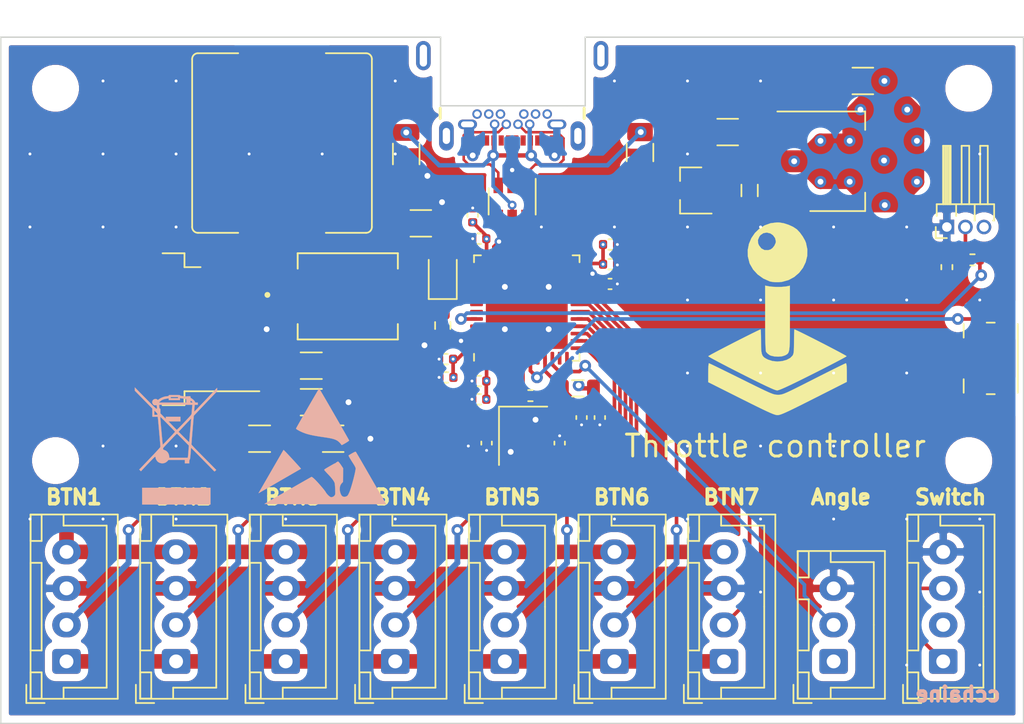
<source format=kicad_pcb>
(kicad_pcb (version 20171130) (host pcbnew "(5.1.8-0-10_14)")
  (layers (0 F.Cu signal) (1 In1.Cu power) (2 In2.Cu power) (31 B.Cu signal) (34 B.Paste user) (35 F.Paste user) (36 B.SilkS user) (37 F.SilkS user) (38 B.Mask user) (39 F.Mask user) (44 Edge.Cuts user))
  (net 0 "")
  (net 1 +5V)
  (net 2 GND)
  (net 3 "Net-(C2-Pad1)")
  (net 4 +3V3)
  (net 5 +12V)
  (net 6 "Net-(C5-Pad1)")
  (net 7 +3.3VA)
  (net 8 "Net-(C15-Pad1)")
  (net 9 HSE_IN)
  (net 10 "Net-(D1-Pad2)")
  (net 11 "Net-(D2-Pad1)")
  (net 12 LED_STATUS)
  (net 13 "Net-(F1-Pad1)")
  (net 14 "Net-(FB1-Pad1)")
  (net 15 JOYSTICK)
  (net 16 BTN1)
  (net 17 BTN2)
  (net 18 BTN3)
  (net 19 BTN4)
  (net 20 BTN5)
  (net 21 BTN6)
  (net 22 BTN7)
  (net 23 SEL1)
  (net 24 SEL2)
  (net 25 "Net-(JP1-Pad2)")
  (net 26 USB_CONN_D-)
  (net 27 USB_CONN_D+)
  (net 28 "Net-(R1-Pad2)")
  (net 29 "Net-(R2-Pad1)")
  (net 30 BOOT0)
  (net 31 HSE_OUT)
  (net 32 NRST)
  (net 33 "Net-(U3-Pad2)")
  (net 34 "Net-(U3-Pad3)")
  (net 35 "Net-(U3-Pad4)")
  (net 36 "Net-(U3-Pad25)")
  (net 37 "Net-(U3-Pad26)")
  (net 38 "Net-(U3-Pad27)")
  (net 39 "Net-(U3-Pad28)")
  (net 40 "Net-(U3-Pad31)")
  (net 41 USB_D-)
  (net 42 USB_D+)
  (net 43 "Net-(U3-Pad34)")
  (net 44 "Net-(U3-Pad38)")
  (net 45 "Net-(U3-Pad39)")
  (net 46 "Net-(U3-Pad40)")
  (net 47 "Net-(U3-Pad41)")
  (net 48 "Net-(U3-Pad42)")
  (net 49 "Net-(U3-Pad43)")
  (net 50 "Net-(U3-Pad45)")
  (net 51 "Net-(U3-Pad46)")
  (net 52 "Net-(C17-Pad1)")
  (net 53 "Net-(J8-PadA2)")
  (net 54 "Net-(J8-PadA3)")
  (net 55 "Net-(J8-PadA5)")
  (net 56 "Net-(J8-PadA8)")
  (net 57 "Net-(J8-PadA10)")
  (net 58 "Net-(J8-PadA11)")
  (net 59 "Net-(J8-PadB2)")
  (net 60 "Net-(J8-PadB3)")
  (net 61 "Net-(J8-PadB5)")
  (net 62 "Net-(J8-PadB8)")
  (net 63 "Net-(J8-PadB10)")
  (net 64 "Net-(J8-PadB11)")
  (net 65 "Net-(J8-PadS1)")
  (net 66 "Net-(J8-PadA6)")
  (net 67 "Net-(J8-PadA7)")
  (net 68 "Net-(J8-PadS3)")
  (net 69 "Net-(U3-Pad11)")
  (net 70 "Net-(U3-Pad12)")
  (net 71 "Net-(U3-Pad29)")
  (net 72 "Net-(U3-Pad30)")
  (module Symbol:logo (layer F.Cu) (at 59 33.5)
    (fp_text reference G*** hide)
    (fp_text value LOGO hide)
  )
  (module Symbol:WEEE-Logo_5.6x8mm_SilkScreen (layer B.Cu) (at 17.5 42.5 180)
    (fp_text reference REF** hide)
    (fp_text value WEEE-Logo_5.6x8mm_SilkScreen hide)
  )
  (module Symbol:ESD-Logo_8.9x8mm_SilkScreen (layer B.Cu) (at 27.5 42.5 180)
    (fp_text reference REF** hide)
    (fp_text value ESD-Logo_8.9x8mm_SilkScreen hide)
  )
  (module Connector_USB:632723130112 (layer F.Cu) (at 40.5 17 180)
    (fp_text reference J8)
    (fp_text value 632723130112)
    (pad A1 smd rect (at -2.75 -4.575 180) (size 0.35 0.7) (layers F.Cu F.Paste F.Mask) (net 2 GND))
    (pad A2 smd rect (at -2.25 -4.575 180) (size 0.35 0.7) (layers F.Cu F.Paste F.Mask) (net 53 "Net-(J8-PadA2)"))
    (pad A3 smd rect (at -1.75 -4.575 180) (size 0.35 0.7) (layers F.Cu F.Paste F.Mask) (net 54 "Net-(J8-PadA3)"))
    (pad A4 smd rect (at -1.25 -4.575 180) (size 0.35 0.7) (layers F.Cu F.Paste F.Mask) (net 1 +5V))
    (pad A5 smd rect (at -0.75 -4.575 180) (size 0.35 0.7) (layers F.Cu F.Paste F.Mask) (net 55 "Net-(J8-PadA5)"))
    (pad A6 smd rect (at -0.25 -4.575 180) (size 0.35 0.7) (layers F.Cu F.Paste F.Mask) (net 66 "Net-(J8-PadA6)"))
    (pad A7 smd rect (at 0.25 -4.575 180) (size 0.35 0.7) (layers F.Cu F.Paste F.Mask) (net 67 "Net-(J8-PadA7)"))
    (pad A8 smd rect (at 0.75 -4.575 180) (size 0.35 0.7) (layers F.Cu F.Paste F.Mask) (net 56 "Net-(J8-PadA8)"))
    (pad A9 smd rect (at 1.25 -4.575 180) (size 0.35 0.7) (layers F.Cu F.Paste F.Mask) (net 1 +5V))
    (pad A10 smd rect (at 1.75 -4.575 180) (size 0.35 0.7) (layers F.Cu F.Paste F.Mask) (net 57 "Net-(J8-PadA10)"))
    (pad A11 smd rect (at 2.25 -4.575 180) (size 0.35 0.7) (layers F.Cu F.Paste F.Mask) (net 58 "Net-(J8-PadA11)"))
    (pad A12 smd rect (at 2.75 -4.575 180) (size 0.35 0.7) (layers F.Cu F.Paste F.Mask) (net 2 GND))
    (pad B2 thru_hole circle (at 2.4 -2.765 180) (size 0.65 0.65) (drill 0.4) (layers *.Cu *.Mask) (net 59 "Net-(J8-PadB2)"))
    (pad B3 thru_hole circle (at 1.6 -2.765 180) (size 0.65 0.65) (drill 0.4) (layers *.Cu *.Mask) (net 60 "Net-(J8-PadB3)"))
    (pad B5 thru_hole circle (at 0.8 -2.765 180) (size 0.65 0.65) (drill 0.4) (layers *.Cu *.Mask) (net 61 "Net-(J8-PadB5)"))
    (pad B8 thru_hole circle (at -0.8 -2.765 180) (size 0.65 0.65) (drill 0.4) (layers *.Cu *.Mask) (net 62 "Net-(J8-PadB8)"))
    (pad B10 thru_hole circle (at -1.6 -2.765 180) (size 0.65 0.65) (drill 0.4) (layers *.Cu *.Mask) (net 63 "Net-(J8-PadB10)"))
    (pad B11 thru_hole circle (at -2.4 -2.765 180) (size 0.65 0.65) (drill 0.4) (layers *.Cu *.Mask) (net 64 "Net-(J8-PadB11)"))
    (pad B4 thru_hole circle (at 1.2 -3.465 180) (size 0.65 0.65) (drill 0.4) (layers *.Cu *.Mask) (net 1 +5V))
    (pad B6 thru_hole circle (at 0.4 -3.465 180) (size 0.65 0.65) (drill 0.4) (layers *.Cu *.Mask) (net 27 USB_CONN_D+))
    (pad B7 thru_hole circle (at -0.4 -3.465 180) (size 0.65 0.65) (drill 0.4) (layers *.Cu *.Mask) (net 26 USB_CONN_D-))
    (pad B9 thru_hole circle (at -1.2 -3.465 180) (size 0.65 0.65) (drill 0.4) (layers *.Cu *.Mask) (net 1 +5V))
    (pad B1 thru_hole oval (at 3.0525 -3.47 180) (size 1.3 0.65) (drill oval 0.9005 0.4) (layers *.Cu *.Mask) (net 2 GND))
    (pad B12 thru_hole oval (at -3.0575 -3.47 180) (size 1.3 0.65) (drill oval 0.9005 0.4) (layers *.Cu *.Mask) (net 2 GND))
    (pad S1 thru_hole oval (at -4.5 -4.265 180) (size 1 2) (drill oval 0.5 1.1004) (layers *.Cu *.Mask) (net 65 "Net-(J8-PadS1)"))
    (pad S2 thru_hole oval (at 4.5 -4.265 180) (size 1 2) (drill oval 0.5 1.1004) (layers *.Cu *.Mask) (net 65 "Net-(J8-PadS1)"))
    (pad S3 thru_hole oval (at -6.075 1.235 180) (size 1 2) (drill oval 0.5 1.5) (layers *.Cu *.Mask) (net 68 "Net-(J8-PadS3)"))
    (pad S4 thru_hole oval (at 6.075 1.235 180) (size 1 2) (drill oval 0.5 1.5) (layers *.Cu *.Mask) (net 68 "Net-(J8-PadS3)"))
    (pad None np_thru_hole circle (at -3.725 -2.765 180) (size 0.65 0.65) (drill 0.65) (layers *.Cu *.Mask))
    (pad None np_thru_hole circle (at 3.725 -2.765 180) (size 0.65 0.65) (drill 0.65) (layers *.Cu *.Mask))
  )
  (module Capacitor_SMD:C_0402_1005Metric (layer F.Cu) (at 47.2 28.7)
    (fp_text reference C18)
    (fp_text value 100nf)
    (pad 2 smd roundrect (at 0.48 0) (size 0.56 0.62) (layers F.Cu F.Paste F.Mask) (net 2 GND))
    (pad 1 smd roundrect (at -0.48 0) (size 0.56 0.62) (layers F.Cu F.Paste F.Mask) (net 4 +3V3))
  )
  (module MountingHole:MountingHole_2.2mm_M2 (layer F.Cu) (at 9.25 43.5 90)
    (fp_text reference H4)
    (fp_text value MountingHole)
    (pad 1 np_thru_hole circle (at 0 0 90) (size 2.2 2.2) (drill 2.2) (layers *.Cu *.Mask))
  )
  (module MountingHole:MountingHole_2.2mm_M2 (layer F.Cu) (at 71.75 18)
    (fp_text reference H3)
    (fp_text value MountingHole)
    (pad 1 np_thru_hole circle (at 0 0) (size 2.2 2.2) (drill 2.2) (layers *.Cu *.Mask))
  )
  (module MountingHole:MountingHole_2.2mm_M2 (layer F.Cu) (at 71.75 43.5)
    (fp_text reference H2)
    (fp_text value MountingHole)
    (pad 1 np_thru_hole circle (at 0 0) (size 2.2 2.2) (drill 2.2) (layers *.Cu *.Mask))
  )
  (module MountingHole:MountingHole_2.2mm_M2 (layer F.Cu) (at 9.25 18)
    (fp_text reference H1)
    (fp_text value MountingHole)
    (pad 1 np_thru_hole circle (at 0 0) (size 2.2 2.2) (drill 2.2) (layers *.Cu *.Mask))
  )
  (module Diode_SMD:DO-214AB (layer F.Cu) (at 29.25 32.25)
    (fp_text reference D1)
    (fp_text value STPS5L60S)
    (pad 2 smd rect (at -3.485 0) (size 2.18 3.12) (layers F.Cu F.Paste F.Mask) (net 10 "Net-(D1-Pad2)"))
    (pad 1 smd rect (at 3.485 0) (size 2.18 3.12) (layers F.Cu F.Paste F.Mask) (net 5 +12V))
  )
  (module Resistor_SMD:R_1206_3216Metric (layer F.Cu) (at 26.75 39.5)
    (fp_text reference R3)
    (fp_text value 2k)
    (pad 2 smd roundrect (at 1.4625 0) (size 1.125 1.75) (layers F.Cu F.Paste F.Mask) (roundrect_rratio 0.222222) (net 2 GND))
    (pad 1 smd roundrect (at -1.4625 0) (size 1.125 1.75) (layers F.Cu F.Paste F.Mask) (roundrect_rratio 0.222222) (net 28 "Net-(R1-Pad2)"))
  )
  (module Resistor_SMD:R_1206_3216Metric (layer F.Cu) (at 23.2125 42)
    (fp_text reference R2)
    (fp_text value 2.2k)
    (pad 2 smd roundrect (at 1.4625 0) (size 1.125 1.75) (layers F.Cu F.Paste F.Mask) (roundrect_rratio 0.222222) (net 6 "Net-(C5-Pad1)"))
    (pad 1 smd roundrect (at -1.4625 0) (size 1.125 1.75) (layers F.Cu F.Paste F.Mask) (roundrect_rratio 0.222222) (net 29 "Net-(R2-Pad1)"))
  )
  (module Resistor_SMD:R_1206_3216Metric (layer F.Cu) (at 26.75 37 180)
    (fp_text reference R1)
    (fp_text value 17.4k)
    (pad 2 smd roundrect (at 1.4625 0 180) (size 1.125 1.75) (layers F.Cu F.Paste F.Mask) (roundrect_rratio 0.222222) (net 28 "Net-(R1-Pad2)"))
    (pad 1 smd roundrect (at -1.4625 0 180) (size 1.125 1.75) (layers F.Cu F.Paste F.Mask) (roundrect_rratio 0.222222) (net 5 +12V))
  )
  (module Inductor_SMD:L_Bourns_SRR1210A (layer F.Cu) (at 24.75 21.75 270)
    (fp_text reference L1)
    (fp_text value 100uH)
    (pad 1 smd rect (at -5.05 0 270) (size 2.8 5.3) (layers F.Cu F.Paste F.Mask) (net 1 +5V))
    (pad 2 smd rect (at 5.05 0 270) (size 2.8 5.3) (layers F.Cu F.Paste F.Mask) (net 10 "Net-(D1-Pad2)"))
  )
  (module Capacitor_SMD:C_1206_3216Metric (layer F.Cu) (at 33.25 22.5 270)
    (fp_text reference C1)
    (fp_text value 0.1u)
    (pad 1 smd roundrect (at -1.475 0 270) (size 1.15 1.8) (layers F.Cu F.Paste F.Mask) (roundrect_rratio 0.217391) (net 1 +5V))
    (pad 2 smd roundrect (at 1.475 0 270) (size 1.15 1.8) (layers F.Cu F.Paste F.Mask) (roundrect_rratio 0.217391) (net 2 GND))
  )
  (module Capacitor_SMD:C_1206_3216Metric (layer F.Cu) (at 55.25 21 180)
    (fp_text reference C2)
    (fp_text value 10u)
    (pad 1 smd roundrect (at -1.475 0 180) (size 1.15 1.8) (layers F.Cu F.Paste F.Mask) (roundrect_rratio 0.217391) (net 3 "Net-(C2-Pad1)"))
    (pad 2 smd roundrect (at 1.475 0 180) (size 1.15 1.8) (layers F.Cu F.Paste F.Mask) (roundrect_rratio 0.217391) (net 2 GND))
  )
  (module Capacitor_SMD:C_1206_3216Metric (layer F.Cu) (at 64.5 17.5 180)
    (fp_text reference C3)
    (fp_text value 10u)
    (pad 1 smd roundrect (at -1.475 0 180) (size 1.15 1.8) (layers F.Cu F.Paste F.Mask) (roundrect_rratio 0.217391) (net 4 +3V3))
    (pad 2 smd roundrect (at 1.475 0 180) (size 1.15 1.8) (layers F.Cu F.Paste F.Mask) (roundrect_rratio 0.217391) (net 2 GND))
  )
  (module Capacitor_SMD:C_1206_3216Metric (layer F.Cu) (at 34.25 27.25)
    (fp_text reference C4)
    (fp_text value 680u)
    (pad 2 smd roundrect (at 1.475 0) (size 1.15 1.8) (layers F.Cu F.Paste F.Mask) (roundrect_rratio 0.217391) (net 2 GND))
    (pad 1 smd roundrect (at -1.475 0) (size 1.15 1.8) (layers F.Cu F.Paste F.Mask) (roundrect_rratio 0.217391) (net 5 +12V))
  )
  (module Capacitor_SMD:C_1206_3216Metric (layer F.Cu) (at 28.25 42)
    (fp_text reference C5)
    (fp_text value 0.33u)
    (pad 2 smd roundrect (at 1.475 0) (size 1.15 1.8) (layers F.Cu F.Paste F.Mask) (roundrect_rratio 0.217391) (net 2 GND))
    (pad 1 smd roundrect (at -1.475 0) (size 1.15 1.8) (layers F.Cu F.Paste F.Mask) (roundrect_rratio 0.217391) (net 6 "Net-(C5-Pad1)"))
  )
  (module Capacitor_SMD:C_0402_1005Metric (layer F.Cu) (at 47.2 30.05)
    (fp_text reference C6)
    (fp_text value 10u)
    (pad 1 smd roundrect (at -0.48 0) (size 0.56 0.62) (layers F.Cu F.Paste F.Mask) (net 4 +3V3))
    (pad 2 smd roundrect (at 0.48 0) (size 0.56 0.62) (layers F.Cu F.Paste F.Mask) (net 2 GND))
  )
  (module Capacitor_SMD:C_0402_1005Metric (layer F.Cu) (at 35.98 36.55 180)
    (fp_text reference C7)
    (fp_text value 100nf)
    (pad 2 smd roundrect (at 0.48 0 180) (size 0.56 0.62) (layers F.Cu F.Paste F.Mask) (net 2 GND))
    (pad 1 smd roundrect (at -0.48 0 180) (size 0.56 0.62) (layers F.Cu F.Paste F.Mask) (net 4 +3V3))
  )
  (module Capacitor_SMD:C_0402_1005Metric (layer F.Cu) (at 38.25 38.05 180)
    (fp_text reference C8)
    (fp_text value 100nf)
    (pad 1 smd roundrect (at -0.48 0 180) (size 0.56 0.62) (layers F.Cu F.Paste F.Mask) (net 4 +3V3))
    (pad 2 smd roundrect (at 0.48 0 180) (size 0.56 0.62) (layers F.Cu F.Paste F.Mask) (net 2 GND))
  )
  (module Capacitor_SMD:C_0402_1005Metric (layer F.Cu) (at 36 37.8 180)
    (fp_text reference C9)
    (fp_text value 100nf)
    (pad 2 smd roundrect (at 0.48 0 180) (size 0.56 0.62) (layers F.Cu F.Paste F.Mask) (net 2 GND))
    (pad 1 smd roundrect (at -0.48 0 180) (size 0.56 0.62) (layers F.Cu F.Paste F.Mask) (net 4 +3V3))
  )
  (module Capacitor_SMD:C_0402_1005Metric (layer F.Cu) (at 37.8 26.7 90)
    (fp_text reference C10)
    (fp_text value 100nf)
    (pad 1 smd roundrect (at -0.48 0 90) (size 0.56 0.62) (layers F.Cu F.Paste F.Mask) (net 4 +3V3))
    (pad 2 smd roundrect (at 0.48 0 90) (size 0.56 0.62) (layers F.Cu F.Paste F.Mask) (net 2 GND))
  )
  (module Capacitor_SMD:C_0402_1005Metric (layer F.Cu) (at 38.25 39.3 180)
    (fp_text reference C11)
    (fp_text value 100nf)
    (pad 2 smd roundrect (at 0.48 0 180) (size 0.56 0.62) (layers F.Cu F.Paste F.Mask) (net 2 GND))
    (pad 1 smd roundrect (at -0.48 0 180) (size 0.56 0.62) (layers F.Cu F.Paste F.Mask) (net 4 +3V3))
  )
  (module Capacitor_SMD:C_0402_1005Metric (layer F.Cu) (at 38.25 28.3 180)
    (fp_text reference C12)
    (fp_text value 100nf)
    (pad 2 smd roundrect (at 0.48 0 180) (size 0.56 0.62) (layers F.Cu F.Paste F.Mask) (net 2 GND))
    (pad 1 smd roundrect (at -0.48 0 180) (size 0.56 0.62) (layers F.Cu F.Paste F.Mask) (net 4 +3V3))
  )
  (module Capacitor_SMD:C_0402_1005Metric (layer F.Cu) (at 46.5 40.55 270)
    (fp_text reference C13)
    (fp_text value 100nf)
    (pad 2 smd roundrect (at 0.48 0 270) (size 0.56 0.62) (layers F.Cu F.Paste F.Mask) (net 2 GND))
    (pad 1 smd roundrect (at -0.48 0 270) (size 0.56 0.62) (layers F.Cu F.Paste F.Mask) (net 7 +3.3VA))
  )
  (module Capacitor_SMD:C_0402_1005Metric (layer F.Cu) (at 45.25 40.55 270)
    (fp_text reference C14)
    (fp_text value 10n)
    (pad 1 smd roundrect (at -0.48 0 270) (size 0.56 0.62) (layers F.Cu F.Paste F.Mask) (net 7 +3.3VA))
    (pad 2 smd roundrect (at 0.48 0 270) (size 0.56 0.62) (layers F.Cu F.Paste F.Mask) (net 2 GND))
  )
  (module Capacitor_SMD:C_0402_1005Metric (layer F.Cu) (at 47.2 31.4)
    (fp_text reference C15)
    (fp_text value 2u2)
    (pad 2 smd roundrect (at 0.48 0) (size 0.56 0.62) (layers F.Cu F.Paste F.Mask) (net 2 GND))
    (pad 1 smd roundrect (at -0.48 0) (size 0.56 0.62) (layers F.Cu F.Paste F.Mask) (net 8 "Net-(C15-Pad1)"))
  )
  (module Capacitor_SMD:C_0402_1005Metric (layer F.Cu) (at 38.75 42.3 270)
    (fp_text reference C16)
    (fp_text value 12p)
    (pad 2 smd roundrect (at 0.48 0 270) (size 0.56 0.62) (layers F.Cu F.Paste F.Mask) (net 2 GND))
    (pad 1 smd roundrect (at -0.48 0 270) (size 0.56 0.62) (layers F.Cu F.Paste F.Mask) (net 9 HSE_IN))
  )
  (module Capacitor_SMD:C_0402_1005Metric (layer F.Cu) (at 43.75 42.3 90)
    (fp_text reference C17)
    (fp_text value 12p)
    (pad 2 smd roundrect (at 0.48 0 90) (size 0.56 0.62) (layers F.Cu F.Paste F.Mask) (net 2 GND))
    (pad 1 smd roundrect (at -0.48 0 90) (size 0.56 0.62) (layers F.Cu F.Paste F.Mask) (net 52 "Net-(C17-Pad1)"))
  )
  (module LED_SMD:LED_0805_2012Metric (layer F.Cu) (at 35.75 30.75 90)
    (fp_text reference D2)
    (fp_text value BLUE)
    (pad 1 smd roundrect (at -0.9375 0 90) (size 0.975 1.4) (layers F.Cu F.Paste F.Mask) (net 11 "Net-(D2-Pad1)"))
    (pad 2 smd roundrect (at 0.9375 0 90) (size 0.975 1.4) (layers F.Cu F.Paste F.Mask) (net 12 LED_STATUS))
  )
  (module Fuse:Fuse_1206_3216Metric (layer F.Cu) (at 49.25 22.4 90)
    (fp_text reference F1)
    (fp_text value 500mA)
    (pad 1 smd roundrect (at -1.4 0 90) (size 1.25 1.75) (layers F.Cu F.Paste F.Mask) (roundrect_rratio 0.2) (net 13 "Net-(F1-Pad1)"))
    (pad 2 smd roundrect (at 1.4 0 90) (size 1.25 1.75) (layers F.Cu F.Paste F.Mask) (roundrect_rratio 0.2) (net 1 +5V))
  )
  (module Inductor_SMD:L_0805_2012Metric (layer F.Cu) (at 56.75 25 90)
    (fp_text reference FB1)
    (fp_text value "100 @ 100 MHz")
    (pad 1 smd roundrect (at -1.0625 0 90) (size 0.875 1.2) (layers F.Cu F.Paste F.Mask) (net 14 "Net-(FB1-Pad1)"))
    (pad 2 smd roundrect (at 1.0625 0 90) (size 0.875 1.2) (layers F.Cu F.Paste F.Mask) (net 3 "Net-(C2-Pad1)"))
  )
  (module Inductor_SMD:L_0805_2012Metric (layer F.Cu) (at 45 38.55 180)
    (fp_text reference FB2)
    (fp_text value "100 @ 100 MHz")
    (pad 2 smd roundrect (at 1.0625 0 180) (size 0.875 1.2) (layers F.Cu F.Paste F.Mask) (net 7 +3.3VA))
    (pad 1 smd roundrect (at -1.0625 0 180) (size 0.875 1.2) (layers F.Cu F.Paste F.Mask) (net 4 +3V3))
  )
  (module Connector_JST:JST_XH_B3B-XH-A_1x03_P2.50mm_Vertical (layer F.Cu) (at 62.5 57.25 90)
    (fp_text reference J1)
    (fp_text value Conn_01x03)
    (pad 1 thru_hole roundrect (at 0 0 90) (size 1.7 1.95) (drill 0.95) (layers *.Cu *.Mask) (roundrect_rratio 0.147059) (net 4 +3V3))
    (pad 2 thru_hole oval (at 2.5 0 90) (size 1.7 1.95) (drill 0.95) (layers *.Cu *.Mask) (net 15 JOYSTICK))
    (pad 3 thru_hole oval (at 5 0 90) (size 1.7 1.95) (drill 0.95) (layers *.Cu *.Mask) (net 2 GND))
  )
  (module Connector_JST:JST_XH_B4B-XH-A_1x04_P2.50mm_Vertical (layer F.Cu) (at 10 57.25 90)
    (fp_text reference J2)
    (fp_text value Conn_01x04)
    (pad 4 thru_hole oval (at 7.5 0 90) (size 1.7 1.95) (drill 0.95) (layers *.Cu *.Mask) (net 5 +12V))
    (pad 3 thru_hole oval (at 5 0 90) (size 1.7 1.95) (drill 0.95) (layers *.Cu *.Mask) (net 2 GND))
    (pad 2 thru_hole oval (at 2.5 0 90) (size 1.7 1.95) (drill 0.95) (layers *.Cu *.Mask) (net 16 BTN1))
    (pad 1 thru_hole roundrect (at 0 0 90) (size 1.7 1.95) (drill 0.95) (layers *.Cu *.Mask) (roundrect_rratio 0.147059) (net 4 +3V3))
  )
  (module Connector_JST:JST_XH_B4B-XH-A_1x04_P2.50mm_Vertical (layer F.Cu) (at 17.5 57.25 90)
    (fp_text reference J3)
    (fp_text value Conn_01x04)
    (pad 1 thru_hole roundrect (at 0 0 90) (size 1.7 1.95) (drill 0.95) (layers *.Cu *.Mask) (roundrect_rratio 0.147059) (net 4 +3V3))
    (pad 2 thru_hole oval (at 2.5 0 90) (size 1.7 1.95) (drill 0.95) (layers *.Cu *.Mask) (net 17 BTN2))
    (pad 3 thru_hole oval (at 5 0 90) (size 1.7 1.95) (drill 0.95) (layers *.Cu *.Mask) (net 2 GND))
    (pad 4 thru_hole oval (at 7.5 0 90) (size 1.7 1.95) (drill 0.95) (layers *.Cu *.Mask) (net 5 +12V))
  )
  (module Connector_JST:JST_XH_B4B-XH-A_1x04_P2.50mm_Vertical (layer F.Cu) (at 25 57.25 90)
    (fp_text reference J4)
    (fp_text value Conn_01x04)
    (pad 4 thru_hole oval (at 7.5 0 90) (size 1.7 1.95) (drill 0.95) (layers *.Cu *.Mask) (net 5 +12V))
    (pad 3 thru_hole oval (at 5 0 90) (size 1.7 1.95) (drill 0.95) (layers *.Cu *.Mask) (net 2 GND))
    (pad 2 thru_hole oval (at 2.5 0 90) (size 1.7 1.95) (drill 0.95) (layers *.Cu *.Mask) (net 18 BTN3))
    (pad 1 thru_hole roundrect (at 0 0 90) (size 1.7 1.95) (drill 0.95) (layers *.Cu *.Mask) (roundrect_rratio 0.147059) (net 4 +3V3))
  )
  (module Connector_JST:JST_XH_B4B-XH-A_1x04_P2.50mm_Vertical (layer F.Cu) (at 32.5 57.25 90)
    (fp_text reference J5)
    (fp_text value Conn_01x04)
    (pad 1 thru_hole roundrect (at 0 0 90) (size 1.7 1.95) (drill 0.95) (layers *.Cu *.Mask) (roundrect_rratio 0.147059) (net 4 +3V3))
    (pad 2 thru_hole oval (at 2.5 0 90) (size 1.7 1.95) (drill 0.95) (layers *.Cu *.Mask) (net 19 BTN4))
    (pad 3 thru_hole oval (at 5 0 90) (size 1.7 1.95) (drill 0.95) (layers *.Cu *.Mask) (net 2 GND))
    (pad 4 thru_hole oval (at 7.5 0 90) (size 1.7 1.95) (drill 0.95) (layers *.Cu *.Mask) (net 5 +12V))
  )
  (module Connector_JST:JST_XH_B4B-XH-A_1x04_P2.50mm_Vertical (layer F.Cu) (at 40 57.25 90)
    (fp_text reference J6)
    (fp_text value Conn_01x04)
    (pad 4 thru_hole oval (at 7.5 0 90) (size 1.7 1.95) (drill 0.95) (layers *.Cu *.Mask) (net 5 +12V))
    (pad 3 thru_hole oval (at 5 0 90) (size 1.7 1.95) (drill 0.95) (layers *.Cu *.Mask) (net 2 GND))
    (pad 2 thru_hole oval (at 2.5 0 90) (size 1.7 1.95) (drill 0.95) (layers *.Cu *.Mask) (net 20 BTN5))
    (pad 1 thru_hole roundrect (at 0 0 90) (size 1.7 1.95) (drill 0.95) (layers *.Cu *.Mask) (roundrect_rratio 0.147059) (net 4 +3V3))
  )
  (module Connector_JST:JST_XH_B4B-XH-A_1x04_P2.50mm_Vertical (layer F.Cu) (at 47.5 57.25 90)
    (fp_text reference J7)
    (fp_text value Conn_01x04)
    (pad 1 thru_hole roundrect (at 0 0 90) (size 1.7 1.95) (drill 0.95) (layers *.Cu *.Mask) (roundrect_rratio 0.147059) (net 4 +3V3))
    (pad 2 thru_hole oval (at 2.5 0 90) (size 1.7 1.95) (drill 0.95) (layers *.Cu *.Mask) (net 21 BTN6))
    (pad 3 thru_hole oval (at 5 0 90) (size 1.7 1.95) (drill 0.95) (layers *.Cu *.Mask) (net 2 GND))
    (pad 4 thru_hole oval (at 7.5 0 90) (size 1.7 1.95) (drill 0.95) (layers *.Cu *.Mask) (net 5 +12V))
  )
  (module Connector_JST:JST_XH_B4B-XH-A_1x04_P2.50mm_Vertical (layer F.Cu) (at 55 57.25 90)
    (fp_text reference J9)
    (fp_text value Conn_01x04)
    (pad 4 thru_hole oval (at 7.5 0 90) (size 1.7 1.95) (drill 0.95) (layers *.Cu *.Mask) (net 5 +12V))
    (pad 3 thru_hole oval (at 5 0 90) (size 1.7 1.95) (drill 0.95) (layers *.Cu *.Mask) (net 2 GND))
    (pad 2 thru_hole oval (at 2.5 0 90) (size 1.7 1.95) (drill 0.95) (layers *.Cu *.Mask) (net 22 BTN7))
    (pad 1 thru_hole roundrect (at 0 0 90) (size 1.7 1.95) (drill 0.95) (layers *.Cu *.Mask) (roundrect_rratio 0.147059) (net 4 +3V3))
  )
  (module Connector_JST:JST_XH_B4B-XH-A_1x04_P2.50mm_Vertical (layer F.Cu) (at 70 57.25 90)
    (fp_text reference J10)
    (fp_text value Conn_01x04)
    (pad 1 thru_hole roundrect (at 0 0 90) (size 1.7 1.95) (drill 0.95) (layers *.Cu *.Mask) (roundrect_rratio 0.147059) (net 23 SEL1))
    (pad 2 thru_hole oval (at 2.5 0 90) (size 1.7 1.95) (drill 0.95) (layers *.Cu *.Mask) (net 4 +3V3))
    (pad 3 thru_hole oval (at 5 0 90) (size 1.7 1.95) (drill 0.95) (layers *.Cu *.Mask) (net 24 SEL2))
    (pad 4 thru_hole oval (at 7.5 0 90) (size 1.7 1.95) (drill 0.95) (layers *.Cu *.Mask) (net 2 GND))
  )
  (module Connector_PinHeader_1.27mm:PinHeader_1x03_P1.27mm_Horizontal (layer F.Cu) (at 70.25 27.5 90)
    (fp_text reference JP1)
    (fp_text value Jumper_NC_Dual)
    (pad 1 thru_hole rect (at 0 0 90) (size 1 1) (drill 0.65) (layers *.Cu *.Mask) (net 2 GND))
    (pad 2 thru_hole oval (at 0 1.27 90) (size 1 1) (drill 0.65) (layers *.Cu *.Mask) (net 25 "Net-(JP1-Pad2)"))
    (pad 3 thru_hole oval (at 0 2.54 90) (size 1 1) (drill 0.65) (layers *.Cu *.Mask) (net 4 +3V3))
  )
  (module Package_TO_SOT_SMD:SOT-23 (layer F.Cu) (at 52.75 25 180)
    (fp_text reference Q1)
    (fp_text value AO3401A)
    (pad 1 smd rect (at -1 -0.95 180) (size 0.9 0.8) (layers F.Cu F.Paste F.Mask) (net 2 GND))
    (pad 2 smd rect (at -1 0.95 180) (size 0.9 0.8) (layers F.Cu F.Paste F.Mask) (net 14 "Net-(FB1-Pad1)"))
    (pad 3 smd rect (at 1 0 180) (size 0.9 0.8) (layers F.Cu F.Paste F.Mask) (net 13 "Net-(F1-Pad1)"))
  )
  (module Resistor_SMD:R_0402_1005Metric (layer F.Cu) (at 72 29.75 180)
    (fp_text reference R4)
    (fp_text value 10k)
    (pad 1 smd roundrect (at -0.51 0 180) (size 0.54 0.64) (layers F.Cu F.Paste F.Mask) (net 30 BOOT0))
    (pad 2 smd roundrect (at 0.51 0 180) (size 0.54 0.64) (layers F.Cu F.Paste F.Mask) (net 25 "Net-(JP1-Pad2)"))
  )
  (module Resistor_SMD:R_0402_1005Metric (layer F.Cu) (at 70.25 30.25 270)
    (fp_text reference R5)
    (fp_text value 10k)
    (pad 2 smd roundrect (at 0.51 0 270) (size 0.54 0.64) (layers F.Cu F.Paste F.Mask) (net 2 GND))
    (pad 1 smd roundrect (at -0.51 0 270) (size 0.54 0.64) (layers F.Cu F.Paste F.Mask) (net 25 "Net-(JP1-Pad2)"))
  )
  (module Resistor_SMD:R_0402_1005Metric (layer F.Cu) (at 41.75 39.05 180)
    (fp_text reference R6)
    (fp_text value 47)
    (pad 1 smd roundrect (at -0.51 0 180) (size 0.54 0.64) (layers F.Cu F.Paste F.Mask) (net 52 "Net-(C17-Pad1)"))
    (pad 2 smd roundrect (at 0.51 0 180) (size 0.54 0.64) (layers F.Cu F.Paste F.Mask) (net 31 HSE_OUT))
  )
  (module Resistor_SMD:R_0603_1608Metric (layer F.Cu) (at 35.75 34.25 270)
    (fp_text reference R7)
    (fp_text value 1k5)
    (pad 2 smd roundrect (at 0.825 0 270) (size 0.8 0.95) (layers F.Cu F.Paste F.Mask) (net 2 GND))
    (pad 1 smd roundrect (at -0.825 0 270) (size 0.8 0.95) (layers F.Cu F.Paste F.Mask) (net 11 "Net-(D2-Pad1)"))
  )
  (module Button_Switch_SMD:Panasonic_EVQPUJ_EVQPUA (layer F.Cu) (at 73.25 36.5 90)
    (fp_text reference SW2)
    (fp_text value SW_Push)
    (pad 2 smd rect (at 2.625 0.85 270) (size 1.55 1) (layers F.Cu F.Paste F.Mask) (net 2 GND))
    (pad 2 smd rect (at -2.625 0.85 270) (size 1.55 1) (layers F.Cu F.Paste F.Mask) (net 2 GND))
    (pad 1 smd rect (at -2.625 -0.85 270) (size 1.55 1) (layers F.Cu F.Paste F.Mask) (net 32 NRST))
    (pad 1 smd rect (at 2.625 -0.85 270) (size 1.55 1) (layers F.Cu F.Paste F.Mask) (net 32 NRST))
  )
  (module Package_TO_SOT_SMD:SOT-223-3_TabPin2 (layer F.Cu) (at 62.75 23)
    (fp_text reference U1)
    (fp_text value AMS1117-3.3)
    (pad 2 smd rect (at 3.15 0) (size 2 3.8) (layers F.Cu F.Paste F.Mask) (net 4 +3V3))
    (pad 2 smd rect (at -3.15 0) (size 2 1.5) (layers F.Cu F.Paste F.Mask) (net 4 +3V3))
    (pad 3 smd rect (at -3.15 2.3) (size 2 1.5) (layers F.Cu F.Paste F.Mask) (net 3 "Net-(C2-Pad1)"))
    (pad 1 smd rect (at -3.15 -2.3) (size 2 1.5) (layers F.Cu F.Paste F.Mask) (net 2 GND))
  )
  (module Package_TO_SOT_SMD:TO-263-5_TabPin6 (layer F.Cu) (at 15.125 34.5 180)
    (fp_text reference U2)
    (fp_text value LM2577)
    (pad 1 smd rect (at -5.775 -3.4 180) (size 4.6 1.1) (layers F.Cu F.Paste F.Mask) (net 29 "Net-(R2-Pad1)"))
    (pad 2 smd rect (at -5.775 -1.7 180) (size 4.6 1.1) (layers F.Cu F.Paste F.Mask) (net 28 "Net-(R1-Pad2)"))
    (pad 3 smd rect (at -5.775 0 180) (size 4.6 1.1) (layers F.Cu F.Paste F.Mask) (net 2 GND))
    (pad 4 smd rect (at -5.775 1.7 180) (size 4.6 1.1) (layers F.Cu F.Paste F.Mask) (net 10 "Net-(D1-Pad2)"))
    (pad 5 smd rect (at -5.775 3.4 180) (size 4.6 1.1) (layers F.Cu F.Paste F.Mask) (net 1 +5V))
    (pad 6 smd rect (at 3.375 0 180) (size 9.4 10.8) (layers F.Cu F.Mask))
  )
  (module Package_DFN_QFN:QFN-48-1EP_7x7mm_P0.5mm_EP5.6x5.6mm (layer F.Cu) (at 41.5 33.05 90)
    (fp_text reference U3)
    (fp_text value STM32F401CBUx)
    (pad 1 smd roundrect (at -3.4375 -2.75 90) (size 0.875 0.25) (layers F.Cu F.Paste F.Mask) (net 4 +3V3))
    (pad 2 smd roundrect (at -3.4375 -2.25 90) (size 0.875 0.25) (layers F.Cu F.Paste F.Mask) (net 33 "Net-(U3-Pad2)"))
    (pad 3 smd roundrect (at -3.4375 -1.75 90) (size 0.875 0.25) (layers F.Cu F.Paste F.Mask) (net 34 "Net-(U3-Pad3)"))
    (pad 4 smd roundrect (at -3.4375 -1.25 90) (size 0.875 0.25) (layers F.Cu F.Paste F.Mask) (net 35 "Net-(U3-Pad4)"))
    (pad 5 smd roundrect (at -3.4375 -0.75 90) (size 0.875 0.25) (layers F.Cu F.Paste F.Mask) (net 9 HSE_IN))
    (pad 6 smd roundrect (at -3.4375 -0.25 90) (size 0.875 0.25) (layers F.Cu F.Paste F.Mask) (net 31 HSE_OUT))
    (pad 7 smd roundrect (at -3.4375 0.25 90) (size 0.875 0.25) (layers F.Cu F.Paste F.Mask) (net 32 NRST))
    (pad 8 smd roundrect (at -3.4375 0.75 90) (size 0.875 0.25) (layers F.Cu F.Paste F.Mask) (net 2 GND))
    (pad 9 smd roundrect (at -3.4375 1.25 90) (size 0.875 0.25) (layers F.Cu F.Paste F.Mask) (net 7 +3.3VA))
    (pad 10 smd roundrect (at -3.4375 1.75 90) (size 0.875 0.25) (layers F.Cu F.Paste F.Mask) (net 15 JOYSTICK))
    (pad 11 smd roundrect (at -3.4375 2.25 90) (size 0.875 0.25) (layers F.Cu F.Paste F.Mask) (net 69 "Net-(U3-Pad11)"))
    (pad 12 smd roundrect (at -3.4375 2.75 90) (size 0.875 0.25) (layers F.Cu F.Paste F.Mask) (net 70 "Net-(U3-Pad12)"))
    (pad 13 smd roundrect (at -2.75 3.4375 90) (size 0.25 0.875) (layers F.Cu F.Paste F.Mask) (net 16 BTN1))
    (pad 14 smd roundrect (at -2.25 3.4375 90) (size 0.25 0.875) (layers F.Cu F.Paste F.Mask) (net 17 BTN2))
    (pad 15 smd roundrect (at -1.75 3.4375 90) (size 0.25 0.875) (layers F.Cu F.Paste F.Mask) (net 18 BTN3))
    (pad 16 smd roundrect (at -1.25 3.4375 90) (size 0.25 0.875) (layers F.Cu F.Paste F.Mask) (net 19 BTN4))
    (pad 17 smd roundrect (at -0.75 3.4375 90) (size 0.25 0.875) (layers F.Cu F.Paste F.Mask) (net 20 BTN5))
    (pad 18 smd roundrect (at -0.25 3.4375 90) (size 0.25 0.875) (layers F.Cu F.Paste F.Mask) (net 21 BTN6))
    (pad 19 smd roundrect (at 0.25 3.4375 90) (size 0.25 0.875) (layers F.Cu F.Paste F.Mask) (net 22 BTN7))
    (pad 20 smd roundrect (at 0.75 3.4375 90) (size 0.25 0.875) (layers F.Cu F.Paste F.Mask) (net 23 SEL1))
    (pad 21 smd roundrect (at 1.25 3.4375 90) (size 0.25 0.875) (layers F.Cu F.Paste F.Mask) (net 24 SEL2))
    (pad 22 smd roundrect (at 1.75 3.4375 90) (size 0.25 0.875) (layers F.Cu F.Paste F.Mask) (net 8 "Net-(C15-Pad1)"))
    (pad 23 smd roundrect (at 2.25 3.4375 90) (size 0.25 0.875) (layers F.Cu F.Paste F.Mask) (net 2 GND))
    (pad 24 smd roundrect (at 2.75 3.4375 90) (size 0.25 0.875) (layers F.Cu F.Paste F.Mask) (net 4 +3V3))
    (pad 25 smd roundrect (at 3.4375 2.75 90) (size 0.875 0.25) (layers F.Cu F.Paste F.Mask) (net 36 "Net-(U3-Pad25)"))
    (pad 26 smd roundrect (at 3.4375 2.25 90) (size 0.875 0.25) (layers F.Cu F.Paste F.Mask) (net 37 "Net-(U3-Pad26)"))
    (pad 27 smd roundrect (at 3.4375 1.75 90) (size 0.875 0.25) (layers F.Cu F.Paste F.Mask) (net 38 "Net-(U3-Pad27)"))
    (pad 28 smd roundrect (at 3.4375 1.25 90) (size 0.875 0.25) (layers F.Cu F.Paste F.Mask) (net 39 "Net-(U3-Pad28)"))
    (pad 29 smd roundrect (at 3.4375 0.75 90) (size 0.875 0.25) (layers F.Cu F.Paste F.Mask) (net 71 "Net-(U3-Pad29)"))
    (pad 30 smd roundrect (at 3.4375 0.25 90) (size 0.875 0.25) (layers F.Cu F.Paste F.Mask) (net 72 "Net-(U3-Pad30)"))
    (pad 31 smd roundrect (at 3.4375 -0.25 90) (size 0.875 0.25) (layers F.Cu F.Paste F.Mask) (net 40 "Net-(U3-Pad31)"))
    (pad 32 smd roundrect (at 3.4375 -0.75 90) (size 0.875 0.25) (layers F.Cu F.Paste F.Mask) (net 41 USB_D-))
    (pad 33 smd roundrect (at 3.4375 -1.25 90) (size 0.875 0.25) (layers F.Cu F.Paste F.Mask) (net 42 USB_D+))
    (pad 34 smd roundrect (at 3.4375 -1.75 90) (size 0.875 0.25) (layers F.Cu F.Paste F.Mask) (net 43 "Net-(U3-Pad34)"))
    (pad 35 smd roundrect (at 3.4375 -2.25 90) (size 0.875 0.25) (layers F.Cu F.Paste F.Mask) (net 2 GND))
    (pad 36 smd roundrect (at 3.4375 -2.75 90) (size 0.875 0.25) (layers F.Cu F.Paste F.Mask) (net 4 +3V3))
    (pad 37 smd roundrect (at 2.75 -3.4375 90) (size 0.25 0.875) (layers F.Cu F.Paste F.Mask) (net 12 LED_STATUS))
    (pad 38 smd roundrect (at 2.25 -3.4375 90) (size 0.25 0.875) (layers F.Cu F.Paste F.Mask) (net 44 "Net-(U3-Pad38)"))
    (pad 39 smd roundrect (at 1.75 -3.4375 90) (size 0.25 0.875) (layers F.Cu F.Paste F.Mask) (net 45 "Net-(U3-Pad39)"))
    (pad 40 smd roundrect (at 1.25 -3.4375 90) (size 0.25 0.875) (layers F.Cu F.Paste F.Mask) (net 46 "Net-(U3-Pad40)"))
    (pad 41 smd roundrect (at 0.75 -3.4375 90) (size 0.25 0.875) (layers F.Cu F.Paste F.Mask) (net 47 "Net-(U3-Pad41)"))
    (pad 42 smd roundrect (at 0.25 -3.4375 90) (size 0.25 0.875) (layers F.Cu F.Paste F.Mask) (net 48 "Net-(U3-Pad42)"))
    (pad 43 smd roundrect (at -0.25 -3.4375 90) (size 0.25 0.875) (layers F.Cu F.Paste F.Mask) (net 49 "Net-(U3-Pad43)"))
    (pad 44 smd roundrect (at -0.75 -3.4375 90) (size 0.25 0.875) (layers F.Cu F.Paste F.Mask) (net 30 BOOT0))
    (pad 45 smd roundrect (at -1.25 -3.4375 90) (size 0.25 0.875) (layers F.Cu F.Paste F.Mask) (net 50 "Net-(U3-Pad45)"))
    (pad 46 smd roundrect (at -1.75 -3.4375 90) (size 0.25 0.875) (layers F.Cu F.Paste F.Mask) (net 51 "Net-(U3-Pad46)"))
    (pad 47 smd roundrect (at -2.25 -3.4375 90) (size 0.25 0.875) (layers F.Cu F.Paste F.Mask) (net 2 GND))
    (pad 48 smd roundrect (at -2.75 -3.4375 90) (size 0.25 0.875) (layers F.Cu F.Paste F.Mask) (net 4 +3V3))
    (pad 49 smd rect (at 0 0 90) (size 5.6 5.6) (layers F.Cu F.Mask) (net 2 GND))
  )
  (module Package_TO_SOT_SMD:SOT-23-6 (layer F.Cu) (at 40.5 25.75 270)
    (fp_text reference U4)
    (fp_text value USBLC6-2SC6)
    (pad 1 smd rect (at -1.1 -0.95 270) (size 1.06 0.65) (layers F.Cu F.Paste F.Mask) (net 26 USB_CONN_D-))
    (pad 2 smd rect (at -1.1 0 270) (size 1.06 0.65) (layers F.Cu F.Paste F.Mask) (net 2 GND))
    (pad 3 smd rect (at -1.1 0.95 270) (size 1.06 0.65) (layers F.Cu F.Paste F.Mask) (net 27 USB_CONN_D+))
    (pad 4 smd rect (at 1.1 0.95 270) (size 1.06 0.65) (layers F.Cu F.Paste F.Mask) (net 42 USB_D+))
    (pad 6 smd rect (at 1.1 -0.95 270) (size 1.06 0.65) (layers F.Cu F.Paste F.Mask) (net 41 USB_D-))
    (pad 5 smd rect (at 1.1 0 270) (size 1.06 0.65) (layers F.Cu F.Paste F.Mask) (net 1 +5V))
  )
  (module Crystal:Crystal_SMD_3225-4Pin_3.2x2.5mm (layer F.Cu) (at 41.25 41.8 270)
    (fp_text reference Y1)
    (fp_text value 16MHz)
    (pad 4 smd rect (at -1.1 -0.85 270) (size 1.4 1.2) (layers F.Cu F.Paste F.Mask) (net 2 GND))
    (pad 3 smd rect (at 1.1 -0.85 270) (size 1.4 1.2) (layers F.Cu F.Paste F.Mask) (net 52 "Net-(C17-Pad1)"))
    (pad 2 smd rect (at 1.1 0.85 270) (size 1.4 1.2) (layers F.Cu F.Paste F.Mask) (net 2 GND))
    (pad 1 smd rect (at -1.1 0.85 270) (size 1.4 1.2) (layers F.Cu F.Paste F.Mask) (net 9 HSE_IN))
  )
  (gr_text Switch (at 70.5 46) (layer F.SilkS) (effects (font (size 1 1) (thickness 0.25))))
  (gr_text Angle (at 63 46) (layer F.SilkS) (effects (font (size 1 1) (thickness 0.25))))
  (gr_text BTN7 (at 55.5 46) (layer F.SilkS) (effects (font (size 1 1) (thickness 0.25))))
  (gr_text BTN6 (at 48 46) (layer F.SilkS) (effects (font (size 1 1) (thickness 0.25))))
  (gr_text BTN5 (at 40.5 46) (layer F.SilkS) (effects (font (size 1 1) (thickness 0.25))))
  (gr_text BTN4 (at 33 46) (layer F.SilkS) (effects (font (size 1 1) (thickness 0.25))))
  (gr_text BTN3 (at 25.5 46) (layer F.SilkS) (effects (font (size 1 1) (thickness 0.25))))
  (gr_text BTN2 (at 18 46) (layer F.SilkS) (effects (font (size 1 1) (thickness 0.25))))
  (gr_text BTN1 (at 10.5 46) (layer F.SilkS) (effects (font (size 1 1) (thickness 0.25))))
  (gr_text "Throttle controller" (at 58.5 42.5) (layer F.SilkS) (effects (font (size 1.5 1.5) (thickness 0.2))))
  (gr_text cchaine (at 71 59.5) (layer B.SilkS) (effects (font (size 1 1) (thickness 0.25)) (justify mirror)))
  (gr_line (start 35.6 14.5) (end 5.5 14.5) (layer Edge.Cuts) (width 0.1))
  (gr_line (start 35.6 19.2) (end 35.6 14.5) (layer Edge.Cuts) (width 0.1))
  (gr_line (start 45.5 19.2) (end 35.6 19.2) (layer Edge.Cuts) (width 0.1))
  (gr_line (start 45.5 14.5) (end 45.5 19.2) (layer Edge.Cuts) (width 0.1))
  (gr_line (start 75.5 14.5) (end 75.5 61.5) (layer Edge.Cuts) (width 0.1))
  (gr_line (start 45.5 14.5) (end 75.5 14.5) (layer Edge.Cuts) (width 0.1))
  (gr_line (start 5.5 61.5) (end 5.5 14.5) (layer Edge.Cuts) (width 0.1))
  (gr_line (start 75.5 61.5) (end 5.5 61.5) (layer Edge.Cuts) (width 0.1))
  (via (at 40.4 42.9) (size 0.8) (drill 0.4) (layers F.Cu B.Cu) (net 2))
  (via (at 42.1 40.7) (size 0.8) (drill 0.4) (layers F.Cu B.Cu) (net 2))
  (via (at 46.5 41.05) (size 0.45) (drill 0.2) (layers F.Cu B.Cu) (net 2))
  (via (at 45.25 41.05) (size 0.45) (drill 0.2) (layers F.Cu B.Cu) (net 2))
  (via (at 43.75 41.8) (size 0.45) (drill 0.2) (layers F.Cu B.Cu) (net 2))
  (via (at 38.75 42.8) (size 0.45) (drill 0.2) (layers F.Cu B.Cu) (net 2))
  (via (at 37.75 39.3) (size 0.45) (drill 0.2) (layers F.Cu B.Cu) (net 2))
  (via (at 37.75 38.05) (size 0.45) (drill 0.2) (layers F.Cu B.Cu) (net 2))
  (via (at 35.5 37.8) (size 0.45) (drill 0.2) (layers F.Cu B.Cu) (net 2))
  (via (at 35.5 36.55) (size 0.45) (drill 0.2) (layers F.Cu B.Cu) (net 2))
  (via (at 47.7 31.4) (size 0.45) (drill 0.2) (layers F.Cu B.Cu) (net 2))
  (via (at 47.7 30.1) (size 0.45) (drill 0.2) (layers F.Cu B.Cu) (net 2))
  (via (at 47.7 28.7) (size 0.45) (drill 0.2) (layers F.Cu B.Cu) (net 2))
  (via (at 37.8 28.3) (size 0.45) (drill 0.2) (layers F.Cu B.Cu) (net 2))
  (via (at 37.8 26.2) (size 0.45) (drill 0.2) (layers F.Cu B.Cu) (net 2))
  (segment (start 29.075 21.025) (end 24.75 16.7) (width 1) (layer F.Cu) (net 1))
  (segment (start 33.25 21.025) (end 33.25 21.025) (width 1) (layer F.Cu) (net 1))
  (segment (start 20.9 20.55) (end 24.75 16.7) (width 1) (layer F.Cu) (net 1))
  (segment (start 20.9 31.1) (end 20.9 20.55) (width 1) (layer F.Cu) (net 1))
  (segment (start 10 52.25) (end 55 52.25) (width 1) (layer F.Cu) (net 2))
  (via (at 61.6 21.6) (size 0.8) (drill 0.4) (layers F.Cu B.Cu) (net 4))
  (via (at 63.6 21.6) (size 0.8) (drill 0.4) (layers F.Cu B.Cu) (net 4))
  (via (at 61.6 24.4) (size 0.8) (drill 0.4) (layers F.Cu B.Cu) (net 4))
  (via (at 63.6 24.4) (size 0.8) (drill 0.4) (layers F.Cu B.Cu) (net 4))
  (via (at 66 26) (size 0.8) (drill 0.4) (layers F.Cu B.Cu) (net 4))
  (via (at 68.2 24.4) (size 0.8) (drill 0.4) (layers F.Cu B.Cu) (net 4))
  (via (at 68.2 21.6) (size 0.8) (drill 0.4) (layers F.Cu B.Cu) (net 4))
  (via (at 37 33.8) (size 0.8) (drill 0.4) (layers F.Cu B.Cu) (net 30))
  (via (at 72.6 30.8) (size 0.8) (drill 0.4) (layers F.Cu B.Cu) (net 30))
  (via (at 71 33.8) (size 0.8) (drill 0.4) (layers F.Cu B.Cu) (net 32))
  (via (at 42.2 37.8) (size 0.8) (drill 0.4) (layers F.Cu B.Cu) (net 32))
  (via (at 29.25 48.25) (size 0.8) (drill 0.4) (layers F.Cu B.Cu) (net 18))
  (via (at 21.75 48.25) (size 0.8) (drill 0.4) (layers F.Cu B.Cu) (net 17))
  (via (at 14.25 48.25) (size 0.8) (drill 0.4) (layers F.Cu B.Cu) (net 16))
  (segment (start 58.1125 25.3) (end 59.6 25.3) (width 0.8) (layer F.Cu) (net 3))
  (segment (start 56.75 23.9375) (end 58.1125 25.3) (width 0.8) (layer F.Cu) (net 3))
  (segment (start 56.75 21.025) (end 56.725 21) (width 0.8) (layer F.Cu) (net 3))
  (segment (start 56.75 23.9375) (end 56.75 21.025) (width 0.8) (layer F.Cu) (net 3))
  (segment (start 38.75 28.32) (end 38.73 28.3) (width 0.25) (layer F.Cu) (net 4))
  (segment (start 38.75 29.6125) (end 38.75 28.32) (width 0.25) (layer F.Cu) (net 4))
  (segment (start 38.73 28.11) (end 37.8 27.18) (width 0.25) (layer F.Cu) (net 4))
  (segment (start 38.73 28.3) (end 38.73 28.11) (width 0.25) (layer F.Cu) (net 4))
  (segment (start 36.46 37.78) (end 36.48 37.8) (width 0.25) (layer F.Cu) (net 4))
  (segment (start 36.46 36.55) (end 36.46 37.78) (width 0.25) (layer F.Cu) (net 4))
  (segment (start 38.75 38.03) (end 38.75 38.03) (width 0.25) (layer F.Cu) (net 4))
  (segment (start 38.75 36.4875) (end 38.75 38.03) (width 0.25) (layer F.Cu) (net 4))
  (segment (start 38.73 38.05) (end 38.73 39.3) (width 0.25) (layer F.Cu) (net 4))
  (segment (start 65.975 22.925) (end 65.95 22.95) (width 0.8) (layer F.Cu) (net 4))
  (segment (start 10 57.25) (end 55 57.25) (width 1) (layer F.Cu) (net 4))
  (segment (start 59.6 23) (end 59.8 23) (width 1) (layer F.Cu) (net 4))
  (segment (start 65.975 17.5) (end 65.975 17.5) (width 0.8) (layer F.Cu) (net 4))
  (segment (start 59.8 23) (end 65.9 23) (width 1) (layer F.Cu) (net 4))
  (via (at 59.8 23) (size 0.8) (drill 0.4) (layers F.Cu B.Cu) (net 4))
  (segment (start 65.95 22.95) (end 65.9 23) (width 0.8) (layer F.Cu) (net 4))
  (via (at 65.95 22.95) (size 0.8) (drill 0.4) (layers F.Cu B.Cu) (net 4))
  (segment (start 65.975 17.5) (end 65.975 22.925) (width 0.8) (layer F.Cu) (net 4))
  (via (at 65.975 17.5) (size 0.8) (drill 0.4) (layers F.Cu B.Cu) (net 4))
  (segment (start 60.2 23) (end 61.6 21.6) (width 1) (layer F.Cu) (net 4))
  (segment (start 61.6 21.6) (end 63.6 21.6) (width 1) (layer F.Cu) (net 4))
  (segment (start 64.6 21.6) (end 65.95 22.95) (width 1) (layer F.Cu) (net 4))
  (segment (start 63.6 21.6) (end 64.6 21.6) (width 1) (layer F.Cu) (net 4))
  (segment (start 66.85 22.95) (end 68.2 21.6) (width 1) (layer F.Cu) (net 4))
  (segment (start 65.95 22.95) (end 66.85 22.95) (width 1) (layer F.Cu) (net 4))
  (segment (start 65.9 23) (end 65.9 22.5) (width 1) (layer F.Cu) (net 4))
  (segment (start 66.8 21.6) (end 68.2 21.6) (width 1) (layer F.Cu) (net 4))
  (segment (start 65.9 22.5) (end 66.8 21.6) (width 1) (layer F.Cu) (net 4))
  (segment (start 65.9 23) (end 65.9 22.1) (width 1) (layer F.Cu) (net 4))
  (segment (start 65.4 21.6) (end 63.6 21.6) (width 1) (layer F.Cu) (net 4))
  (segment (start 65.9 22.1) (end 65.4 21.6) (width 1) (layer F.Cu) (net 4))
  (segment (start 66 26) (end 65.2 26) (width 1) (layer F.Cu) (net 4))
  (segment (start 66 26) (end 66.6 26) (width 1) (layer F.Cu) (net 4))
  (segment (start 63.6 24.4) (end 61.6 24.4) (width 1) (layer F.Cu) (net 4))
  (segment (start 60.2 23) (end 59.8 23) (width 1) (layer F.Cu) (net 4))
  (segment (start 61.6 24.4) (end 60.2 23) (width 1) (layer F.Cu) (net 4))
  (segment (start 63.6 21.6) (end 63.6 24.4) (width 1) (layer F.Cu) (net 4))
  (segment (start 61.6 22.4) (end 65.3 22.4) (width 1) (layer F.Cu) (net 4))
  (segment (start 65.3 22.4) (end 65.9 23) (width 1) (layer F.Cu) (net 4))
  (segment (start 61.6 21.6) (end 61.6 22.4) (width 1) (layer F.Cu) (net 4))
  (segment (start 65.1 23.8) (end 65.9 23) (width 1) (layer F.Cu) (net 4))
  (segment (start 61.6 23.8) (end 65.1 23.8) (width 1) (layer F.Cu) (net 4))
  (segment (start 61.6 22.4) (end 61.6 23.8) (width 1) (layer F.Cu) (net 4))
  (segment (start 61.6 23.8) (end 61.6 24.4) (width 1) (layer F.Cu) (net 4))
  (segment (start 66.75 22.95) (end 68.2 24.4) (width 1) (layer F.Cu) (net 4))
  (segment (start 65.95 22.95) (end 66.75 22.95) (width 1) (layer F.Cu) (net 4))
  (segment (start 68.2 23) (end 65.9 23) (width 1) (layer F.Cu) (net 4))
  (segment (start 68.2 21.6) (end 68.2 23) (width 1) (layer F.Cu) (net 4))
  (segment (start 68.2 23) (end 68.2 24.4) (width 1) (layer F.Cu) (net 4))
  (segment (start 67.5 24.6) (end 65.9 23) (width 1) (layer F.Cu) (net 4))
  (segment (start 67.5 25.1) (end 67.5 24.6) (width 1) (layer F.Cu) (net 4))
  (segment (start 66.6 26) (end 67.5 25.1) (width 1) (layer F.Cu) (net 4))
  (segment (start 67.5 25.1) (end 68.2 24.4) (width 1) (layer F.Cu) (net 4))
  (segment (start 66.6 23.7) (end 65.9 23) (width 1) (layer F.Cu) (net 4))
  (segment (start 66.6 26) (end 66.6 23.7) (width 1) (layer F.Cu) (net 4))
  (segment (start 66 23) (end 65.95 22.95) (width 1) (layer F.Cu) (net 4))
  (segment (start 66 26) (end 66 23) (width 1) (layer F.Cu) (net 4))
  (segment (start 65.2 23.7) (end 65.9 23) (width 1) (layer F.Cu) (net 4))
  (segment (start 65.2 26) (end 65.2 23.7) (width 1) (layer F.Cu) (net 4))
  (segment (start 64.4 24.5) (end 65.9 23) (width 1) (layer F.Cu) (net 4))
  (segment (start 64.4 25.2) (end 64.4 24.5) (width 1) (layer F.Cu) (net 4))
  (segment (start 65.2 26) (end 64.4 25.2) (width 1) (layer F.Cu) (net 4))
  (segment (start 64.4 25.2) (end 63.6 24.4) (width 1) (layer F.Cu) (net 4))
  (segment (start 63.6 21.6) (end 63.6 19.875) (width 1) (layer F.Cu) (net 4))
  (segment (start 68.2 21.6) (end 68.2 19.725) (width 1) (layer F.Cu) (net 4))
  (segment (start 66.8 21.6) (end 66.8 18.4) (width 1) (layer F.Cu) (net 4))
  (segment (start 66.8375 18.3625) (end 65.975 17.5) (width 1) (layer F.Cu) (net 4))
  (segment (start 66.8 18.4) (end 66.8375 18.3625) (width 1) (layer F.Cu) (net 4))
  (segment (start 65.1375 18.3375) (end 65.1375 22.2375) (width 1) (layer F.Cu) (net 4))
  (segment (start 65.1375 22.2375) (end 65.9 23) (width 1) (layer F.Cu) (net 4))
  (segment (start 65.1375 18.3375) (end 65.975 17.5) (width 1) (layer F.Cu) (net 4))
  (segment (start 64.3375 21.4375) (end 65.9 23) (width 1) (layer F.Cu) (net 4))
  (segment (start 63.6 19.875) (end 64.3375 19.1375) (width 1) (layer F.Cu) (net 4))
  (segment (start 64.3375 19.1375) (end 64.3375 19.4625) (width 1) (layer F.Cu) (net 4))
  (segment (start 64.3375 19.1375) (end 65.1375 18.3375) (width 1) (layer F.Cu) (net 4))
  (segment (start 67.5375 21.3625) (end 65.95 22.95) (width 1) (layer F.Cu) (net 4))
  (segment (start 67.5375 19.0625) (end 67.5375 19.4625) (width 1) (layer F.Cu) (net 4))
  (segment (start 68.2 19.725) (end 67.5375 19.0625) (width 1) (layer F.Cu) (net 4))
  (segment (start 67.5375 19.0625) (end 66.8375 18.3625) (width 1) (layer F.Cu) (net 4))
  (segment (start 64.3375 19.4625) (end 64.3375 21.4375) (width 1) (layer F.Cu) (net 4))
  (via (at 64.3375 19.4625) (size 0.8) (drill 0.4) (layers F.Cu B.Cu) (net 4))
  (segment (start 67.5375 19.4625) (end 67.5375 21.3625) (width 1) (layer F.Cu) (net 4))
  (via (at 67.5375 19.4625) (size 0.8) (drill 0.4) (layers F.Cu B.Cu) (net 4))
  (segment (start 65.1375 18.3375) (end 65.1375 17.2625) (width 1) (layer F.Cu) (net 4))
  (segment (start 65.1375 17.2625) (end 66 16.4) (width 1) (layer F.Cu) (net 4))
  (segment (start 66.8375 17.2375) (end 66.8375 18.3625) (width 1) (layer F.Cu) (net 4))
  (segment (start 66 16.4) (end 66.8375 17.2375) (width 1) (layer F.Cu) (net 4))
  (via (at 39.2 22.6) (size 0.8) (drill 0.4) (layers F.Cu B.Cu) (net 1))
  (via (at 41.8 22.6) (size 0.8) (drill 0.4) (layers F.Cu B.Cu) (net 1))
  (segment (start 39.25 22.55) (end 39.2 22.6) (width 0.3) (layer F.Cu) (net 1))
  (segment (start 39.25 21.575) (end 39.25 22.55) (width 0.3) (layer F.Cu) (net 1))
  (segment (start 41.75 22.55) (end 41.8 22.6) (width 0.3) (layer F.Cu) (net 1))
  (segment (start 41.75 21.575) (end 41.75 22.55) (width 0.3) (layer F.Cu) (net 1))
  (segment (start 41.7 22.5) (end 41.8 22.6) (width 0.3) (layer B.Cu) (net 1))
  (segment (start 41.7 20.465) (end 41.7 22.5) (width 0.3) (layer B.Cu) (net 1))
  (segment (start 39.3 22.5) (end 39.2 22.6) (width 0.3) (layer B.Cu) (net 1))
  (segment (start 39.3 20.465) (end 39.3 22.5) (width 0.3) (layer B.Cu) (net 1))
  (segment (start 33.25 21.025) (end 29.075 21.025) (width 1) (layer F.Cu) (net 1))
  (via (at 33.25 21.025) (size 0.8) (drill 0.4) (layers F.Cu B.Cu) (net 1))
  (segment (start 35.502001 23.277001) (end 33.25 21.025) (width 0.3) (layer B.Cu) (net 1))
  (segment (start 38.522999 23.277001) (end 35.502001 23.277001) (width 0.3) (layer B.Cu) (net 1))
  (segment (start 39.2 22.6) (end 38.522999 23.277001) (width 0.3) (layer B.Cu) (net 1))
  (segment (start 39.2 22.6) (end 41.8 22.6) (width 0.3) (layer F.Cu) (net 1))
  (segment (start 40.5 26.85) (end 40.5 26.07) (width 0.25) (layer F.Cu) (net 1))
  (segment (start 40.5 26.07) (end 40.5 26) (width 0.25) (layer F.Cu) (net 1))
  (segment (start 40.5 26) (end 40.5 26) (width 0.25) (layer F.Cu) (net 1))
  (via (at 40.5 26) (size 0.6) (drill 0.3) (layers F.Cu B.Cu) (net 1))
  (segment (start 39.2 24.7) (end 39.2 22.6) (width 0.25) (layer B.Cu) (net 1))
  (segment (start 40.5 26) (end 39.2 24.7) (width 0.25) (layer B.Cu) (net 1))
  (via (at 49.3 21) (size 0.8) (drill 0.4) (layers F.Cu B.Cu) (net 1))
  (segment (start 47.022999 23.277001) (end 49.3 21) (width 0.3) (layer B.Cu) (net 1))
  (segment (start 42.477001 23.277001) (end 47.022999 23.277001) (width 0.3) (layer B.Cu) (net 1))
  (segment (start 41.8 22.6) (end 42.477001 23.277001) (width 0.3) (layer B.Cu) (net 1))
  (via (at 43.4 22.6) (size 0.8) (drill 0.4) (layers F.Cu B.Cu) (net 2))
  (via (at 37.8 22.6) (size 0.8) (drill 0.4) (layers F.Cu B.Cu) (net 2))
  (segment (start 37.75 22.55) (end 37.8 22.6) (width 0.3) (layer F.Cu) (net 2))
  (segment (start 37.75 21.575) (end 37.75 22.55) (width 0.3) (layer F.Cu) (net 2))
  (segment (start 43.25 22.45) (end 43.4 22.6) (width 0.3) (layer F.Cu) (net 2))
  (segment (start 43.25 21.575) (end 43.25 22.45) (width 0.3) (layer F.Cu) (net 2))
  (segment (start 43.55 22.45) (end 43.4 22.6) (width 0.3) (layer B.Cu) (net 2))
  (segment (start 43.55 20.465) (end 43.55 22.45) (width 0.3) (layer B.Cu) (net 2))
  (segment (start 37.75 22.55) (end 37.8 22.6) (width 0.3) (layer B.Cu) (net 2))
  (segment (start 37.75 20.765) (end 37.75 22.55) (width 0.3) (layer B.Cu) (net 2))
  (segment (start 37.45 20.465) (end 37.75 20.765) (width 0.3) (layer B.Cu) (net 2))
  (via (at 34.7 24) (size 0.8) (drill 0.4) (layers F.Cu B.Cu) (net 2))
  (via (at 35.7 25.8) (size 0.8) (drill 0.4) (layers F.Cu B.Cu) (net 2))
  (via (at 29.3 39.5) (size 0.8) (drill 0.4) (layers F.Cu B.Cu) (net 2))
  (via (at 30.8 42) (size 0.8) (drill 0.4) (layers F.Cu B.Cu) (net 2))
  (via (at 23.7 34.5) (size 0.8) (drill 0.4) (layers F.Cu B.Cu) (net 2))
  (segment (start 33.275 24) (end 33.25 23.975) (width 0.8) (layer F.Cu) (net 2))
  (segment (start 34.7 24) (end 33.275 24) (width 0.8) (layer F.Cu) (net 2))
  (segment (start 35.7 27.225) (end 35.725 27.25) (width 0.8) (layer F.Cu) (net 2))
  (segment (start 35.7 25.8) (end 35.7 27.225) (width 0.8) (layer F.Cu) (net 2))
  (segment (start 23.7 34.5) (end 20.9 34.5) (width 0.8) (layer F.Cu) (net 2))
  (segment (start 28.2125 39.5) (end 29.3 39.5) (width 0.8) (layer F.Cu) (net 2))
  (segment (start 29.725 42) (end 30.8 42) (width 0.8) (layer F.Cu) (net 2))
  (via (at 40 31.6) (size 0.8) (drill 0.4) (layers F.Cu B.Cu) (net 2))
  (via (at 43 31.6) (size 0.8) (drill 0.4) (layers F.Cu B.Cu) (net 2))
  (via (at 43 34.5) (size 0.8) (drill 0.4) (layers F.Cu B.Cu) (net 2))
  (via (at 40 34.5) (size 0.8) (drill 0.4) (layers F.Cu B.Cu) (net 2))
  (via (at 34.5 35.6) (size 0.8) (drill 0.4) (layers F.Cu B.Cu) (net 2))
  (segment (start 35.025 35.075) (end 34.5 35.6) (width 0.8) (layer F.Cu) (net 2))
  (segment (start 35.75 35.075) (end 35.025 35.075) (width 0.8) (layer F.Cu) (net 2))
  (via (at 37 35.3) (size 0.6) (drill 0.3) (layers F.Cu B.Cu) (net 2))
  (segment (start 38.0625 35.3) (end 37 35.3) (width 0.25) (layer F.Cu) (net 2))
  (via (at 39.6 28.5) (size 0.6) (drill 0.3) (layers F.Cu B.Cu) (net 2))
  (segment (start 39.25 28.85) (end 39.6 28.5) (width 0.25) (layer F.Cu) (net 2))
  (segment (start 39.25 29.6125) (end 39.25 28.85) (width 0.25) (layer F.Cu) (net 2))
  (via (at 46 30.7) (size 0.6) (drill 0.3) (layers F.Cu B.Cu) (net 2))
  (segment (start 45.9 30.8) (end 46 30.7) (width 0.25) (layer F.Cu) (net 2))
  (segment (start 44.9375 30.8) (end 45.9 30.8) (width 0.25) (layer F.Cu) (net 2))
  (segment (start 42.25 33.8) (end 41.5 33.05) (width 0.25) (layer F.Cu) (net 2))
  (segment (start 42.25 36.4875) (end 42.25 33.8) (width 0.25) (layer F.Cu) (net 2))
  (via (at 40.5 23.6) (size 0.6) (drill 0.3) (layers F.Cu B.Cu) (net 2))
  (segment (start 40.5 24.65) (end 40.5 23.6) (width 0.25) (layer F.Cu) (net 2))
  (via (at 7.5 22.5) (size 0.45) (drill 0.2) (layers F.Cu B.Cu) (net 2))
  (via (at 12.5 22.5) (size 0.45) (drill 0.2) (layers F.Cu B.Cu) (net 2))
  (via (at 12.5 17.5) (size 0.45) (drill 0.2) (layers F.Cu B.Cu) (net 2))
  (via (at 17.5 17.5) (size 0.45) (drill 0.2) (layers F.Cu B.Cu) (net 2))
  (via (at 17.5 22.5) (size 0.45) (drill 0.2) (layers F.Cu B.Cu) (net 2))
  (via (at 17.5 27.5) (size 0.45) (drill 0.2) (layers F.Cu B.Cu) (net 2))
  (via (at 12.5 27.5) (size 0.45) (drill 0.2) (layers F.Cu B.Cu) (net 2))
  (via (at 7.5 27.5) (size 0.45) (drill 0.2) (layers F.Cu B.Cu) (net 2))
  (via (at 22.5 22.5) (size 0.45) (drill 0.2) (layers F.Cu B.Cu) (net 2))
  (via (at 27.5 22.5) (size 0.45) (drill 0.2) (layers F.Cu B.Cu) (net 2))
  (via (at 32.5 22.5) (size 0.45) (drill 0.2) (layers F.Cu B.Cu) (net 2))
  (via (at 32.5 17.5) (size 0.45) (drill 0.2) (layers F.Cu B.Cu) (net 2))
  (via (at 47.5 17.5) (size 0.45) (drill 0.2) (layers F.Cu B.Cu) (net 2))
  (via (at 47.5 27.5) (size 0.45) (drill 0.2) (layers F.Cu B.Cu) (net 2))
  (via (at 42.5 27.5) (size 0.45) (drill 0.2) (layers F.Cu B.Cu) (net 2))
  (via (at 52.5 27.5) (size 0.45) (drill 0.2) (layers F.Cu B.Cu) (net 2))
  (via (at 52.5 22.5) (size 0.45) (drill 0.2) (layers F.Cu B.Cu) (net 2))
  (via (at 52.5 17.5) (size 0.45) (drill 0.2) (layers F.Cu B.Cu) (net 2))
  (via (at 57.5 17.5) (size 0.45) (drill 0.2) (layers F.Cu B.Cu) (net 2))
  (via (at 57.5 27.5) (size 0.45) (drill 0.2) (layers F.Cu B.Cu) (net 2))
  (via (at 62.5 27.5) (size 0.45) (drill 0.2) (layers F.Cu B.Cu) (net 2))
  (via (at 67.5 27.5) (size 0.45) (drill 0.2) (layers F.Cu B.Cu) (net 2))
  (via (at 72.5 22.5) (size 0.45) (drill 0.2) (layers F.Cu B.Cu) (net 2))
  (via (at 72.5 32.5) (size 0.45) (drill 0.2) (layers F.Cu B.Cu) (net 2))
  (via (at 52.5 37.5) (size 0.45) (drill 0.2) (layers F.Cu B.Cu) (net 2))
  (via (at 57.5 37.5) (size 0.45) (drill 0.2) (layers F.Cu B.Cu) (net 2))
  (via (at 62.5 37.5) (size 0.45) (drill 0.2) (layers F.Cu B.Cu) (net 2))
  (via (at 67.5 37.5) (size 0.45) (drill 0.2) (layers F.Cu B.Cu) (net 2))
  (via (at 67.5 42.5) (size 0.45) (drill 0.2) (layers F.Cu B.Cu) (net 2))
  (via (at 62.5 42.5) (size 0.45) (drill 0.2) (layers F.Cu B.Cu) (net 2))
  (via (at 57.5 42.5) (size 0.45) (drill 0.2) (layers F.Cu B.Cu) (net 2))
  (via (at 52.5 42.5) (size 0.45) (drill 0.2) (layers F.Cu B.Cu) (net 2))
  (via (at 37.5 42.5) (size 0.45) (drill 0.2) (layers F.Cu B.Cu) (net 2))
  (via (at 17.5 42.5) (size 0.45) (drill 0.2) (layers F.Cu B.Cu) (net 2))
  (via (at 12.5 42.5) (size 0.45) (drill 0.2) (layers F.Cu B.Cu) (net 2))
  (via (at 7.5 47.5) (size 0.45) (drill 0.2) (layers F.Cu B.Cu) (net 2))
  (via (at 12.5 47.5) (size 0.45) (drill 0.2) (layers F.Cu B.Cu) (net 2))
  (via (at 17.5 47.5) (size 0.45) (drill 0.2) (layers F.Cu B.Cu) (net 2))
  (via (at 25 47.5) (size 0.45) (drill 0.2) (layers F.Cu B.Cu) (net 2))
  (via (at 32.5 47.5) (size 0.45) (drill 0.2) (layers F.Cu B.Cu) (net 2))
  (via (at 47.5 47.5) (size 0.45) (drill 0.2) (layers F.Cu B.Cu) (net 2))
  (via (at 52.5 47.5) (size 0.45) (drill 0.2) (layers F.Cu B.Cu) (net 2))
  (via (at 57.5 47.5) (size 0.45) (drill 0.2) (layers F.Cu B.Cu) (net 2))
  (via (at 62.5 47.5) (size 0.45) (drill 0.2) (layers F.Cu B.Cu) (net 2))
  (via (at 67.5 47.5) (size 0.45) (drill 0.2) (layers F.Cu B.Cu) (net 2))
  (via (at 72.5 47.5) (size 0.45) (drill 0.2) (layers F.Cu B.Cu) (net 2))
  (via (at 72.5 52.5) (size 0.45) (drill 0.2) (layers F.Cu B.Cu) (net 2))
  (via (at 72.5 57.5) (size 0.45) (drill 0.2) (layers F.Cu B.Cu) (net 2))
  (via (at 57.5 52.5) (size 0.45) (drill 0.2) (layers F.Cu B.Cu) (net 2))
  (via (at 67.5 57.5) (size 0.45) (drill 0.2) (layers F.Cu B.Cu) (net 2))
  (via (at 67.5 32.5) (size 0.45) (drill 0.2) (layers F.Cu B.Cu) (net 2))
  (via (at 62.5 32.5) (size 0.45) (drill 0.2) (layers F.Cu B.Cu) (net 2))
  (via (at 57.5 32.5) (size 0.45) (drill 0.2) (layers F.Cu B.Cu) (net 2))
  (via (at 52.5 32.5) (size 0.45) (drill 0.2) (layers F.Cu B.Cu) (net 2))
  (via (at 45.05 38.35) (size 0.8) (drill 0.4) (layers F.Cu B.Cu) (net 4))
  (segment (start 46.49 30) (end 46.54 30.05) (width 0.25) (layer F.Cu) (net 4))
  (segment (start 45.4 30.3) (end 45.7 30) (width 0.25) (layer F.Cu) (net 4))
  (segment (start 44.9375 30.3) (end 45.4 30.3) (width 0.25) (layer F.Cu) (net 4))
  (segment (start 45.7 30) (end 46.49 30) (width 0.25) (layer F.Cu) (net 4))
  (segment (start 37.78 27.2) (end 37.8 27.18) (width 0.25) (layer F.Cu) (net 4))
  (segment (start 46.72 30.05) (end 46.72 30.05) (width 0.25) (layer F.Cu) (net 4))
  (segment (start 36.75 36.55) (end 37.5 35.8) (width 0.25) (layer F.Cu) (net 4))
  (segment (start 36.46 36.55) (end 36.46 36.55) (width 0.25) (layer F.Cu) (net 4))
  (segment (start 38.0625 35.8) (end 37.5 35.8) (width 0.25) (layer F.Cu) (net 4))
  (segment (start 36.46 36.55) (end 36.75 36.55) (width 0.25) (layer F.Cu) (net 4))
  (via (at 36.46 36.55) (size 0.45) (drill 0.2) (layers F.Cu B.Cu) (net 4))
  (segment (start 38.75 38.03) (end 38.73 38.05) (width 0.25) (layer F.Cu) (net 4))
  (via (at 38.75 38.03) (size 0.45) (drill 0.2) (layers F.Cu B.Cu) (net 4))
  (segment (start 38.73 39.3) (end 38.73 39.3) (width 0.25) (layer F.Cu) (net 4))
  (via (at 38.73 39.3) (size 0.45) (drill 0.2) (layers F.Cu B.Cu) (net 4))
  (segment (start 36.48 37.8) (end 36.48 37.8) (width 0.25) (layer F.Cu) (net 4))
  (via (at 36.48 37.8) (size 0.45) (drill 0.2) (layers F.Cu B.Cu) (net 4))
  (segment (start 37.8 27.18) (end 37.8 27.18) (width 0.25) (layer F.Cu) (net 4))
  (via (at 37.8 27.18) (size 0.45) (drill 0.2) (layers F.Cu B.Cu) (net 4))
  (segment (start 38.75 28.32) (end 38.75 28.32) (width 0.25) (layer F.Cu) (net 4))
  (via (at 38.75 28.32) (size 0.45) (drill 0.2) (layers F.Cu B.Cu) (net 4))
  (segment (start 46.72 30.05) (end 46.72 28.7) (width 0.25) (layer F.Cu) (net 4))
  (via (at 46.72 30.05) (size 0.45) (drill 0.2) (layers F.Cu B.Cu) (net 4))
  (segment (start 46.72 28.7) (end 46.72 28.7) (width 0.25) (layer F.Cu) (net 4))
  (via (at 46.72 28.7) (size 0.45) (drill 0.2) (layers F.Cu B.Cu) (net 4))
  (segment (start 45.25 38.55) (end 45.05 38.35) (width 0.3) (layer F.Cu) (net 4))
  (segment (start 46.0625 38.55) (end 45.25 38.55) (width 0.3) (layer F.Cu) (net 4))
  (via (at 45.5 37) (size 0.8) (drill 0.4) (layers F.Cu B.Cu) (net 15))
  (segment (start 32.735 27.29) (end 32.775 27.25) (width 1) (layer F.Cu) (net 5))
  (segment (start 32.735 32.25) (end 32.735 27.29) (width 1) (layer F.Cu) (net 5))
  (segment (start 28.2125 36.7725) (end 32.735 32.25) (width 1) (layer F.Cu) (net 5))
  (segment (start 28.2125 37) (end 28.2125 36.7725) (width 1) (layer F.Cu) (net 5))
  (segment (start 10 49.75) (end 55 49.75) (width 1) (layer F.Cu) (net 5))
  (segment (start 32.735 49.515) (end 32.5 49.75) (width 1) (layer F.Cu) (net 5))
  (segment (start 13.75 44.25) (end 10 48) (width 1) (layer F.Cu) (net 5))
  (segment (start 10 48) (end 10 49.75) (width 1) (layer F.Cu) (net 5))
  (segment (start 30.5 44.25) (end 13.75 44.25) (width 1) (layer F.Cu) (net 5))
  (segment (start 32.735 42.015) (end 30.5 44.25) (width 1) (layer F.Cu) (net 5))
  (segment (start 32.735 32.25) (end 32.735 42.015) (width 1) (layer F.Cu) (net 5))
  (segment (start 24.675 42) (end 26.775 42) (width 1) (layer F.Cu) (net 6))
  (segment (start 46.5 40.07) (end 45.25 40.07) (width 0.25) (layer F.Cu) (net 7))
  (segment (start 45.25 39.8625) (end 43.9375 38.55) (width 0.25) (layer F.Cu) (net 7))
  (segment (start 45.25 40.07) (end 45.25 39.8625) (width 0.25) (layer F.Cu) (net 7))
  (segment (start 42.75 37.3625) (end 42.75 36.4875) (width 0.25) (layer F.Cu) (net 7))
  (segment (start 43.9375 38.55) (end 42.75 37.3625) (width 0.25) (layer F.Cu) (net 7))
  (segment (start 44.9375 31.3) (end 45.715 31.3) (width 0.25) (layer F.Cu) (net 8))
  (segment (start 45.815 31.4) (end 46.72 31.4) (width 0.25) (layer F.Cu) (net 8))
  (segment (start 45.715 31.3) (end 45.815 31.4) (width 0.25) (layer F.Cu) (net 8))
  (segment (start 39.28 41.82) (end 40.4 40.7) (width 0.25) (layer F.Cu) (net 9))
  (segment (start 38.75 41.82) (end 39.28 41.82) (width 0.25) (layer F.Cu) (net 9))
  (segment (start 40.4 37.275) (end 40.4 40.7) (width 0.25) (layer F.Cu) (net 9))
  (segment (start 40.75 36.925) (end 40.4 37.275) (width 0.25) (layer F.Cu) (net 9))
  (segment (start 40.75 36.4875) (end 40.75 36.925) (width 0.25) (layer F.Cu) (net 9))
  (segment (start 25.765 27.815) (end 24.75 26.8) (width 1) (layer F.Cu) (net 10))
  (segment (start 25.765 32.25) (end 25.765 27.815) (width 1) (layer F.Cu) (net 10))
  (segment (start 25.215 32.8) (end 25.765 32.25) (width 1) (layer F.Cu) (net 10))
  (segment (start 20.9 32.8) (end 25.215 32.8) (width 1) (layer F.Cu) (net 10))
  (segment (start 35.75 31.6875) (end 35.75 33.425) (width 0.6) (layer F.Cu) (net 11))
  (segment (start 38.0625 30.3) (end 37.55 30.3) (width 0.25) (layer F.Cu) (net 12))
  (segment (start 37.0625 29.8125) (end 35.75 29.8125) (width 0.25) (layer F.Cu) (net 12))
  (segment (start 37.55 30.3) (end 37.0625 29.8125) (width 0.25) (layer F.Cu) (net 12))
  (segment (start 50.55 23.8) (end 51.75 25) (width 0.8) (layer F.Cu) (net 13))
  (segment (start 49.25 23.8) (end 50.55 23.8) (width 0.8) (layer F.Cu) (net 13))
  (segment (start 54.7375 24.05) (end 56.75 26.0625) (width 0.8) (layer F.Cu) (net 14))
  (segment (start 53.75 24.05) (end 54.7375 24.05) (width 0.8) (layer F.Cu) (net 14))
  (segment (start 45.100001 37.399999) (end 45.5 37) (width 0.25) (layer F.Cu) (net 15))
  (segment (start 43.724999 37.399999) (end 45.100001 37.399999) (width 0.25) (layer F.Cu) (net 15))
  (segment (start 43.25 36.925) (end 43.724999 37.399999) (width 0.25) (layer F.Cu) (net 15))
  (segment (start 43.25 36.4875) (end 43.25 36.925) (width 0.25) (layer F.Cu) (net 15))
  (segment (start 60.5 52) (end 60.5 52.75) (width 0.25) (layer B.Cu) (net 15))
  (segment (start 60.5 52.75) (end 62.5 54.75) (width 0.25) (layer B.Cu) (net 15))
  (segment (start 45.5 37) (end 60.5 52) (width 0.25) (layer B.Cu) (net 15))
  (segment (start 47.5 41.5) (end 43 46) (width 0.25) (layer F.Cu) (net 16))
  (segment (start 44.9375 35.8) (end 45.55 35.8) (width 0.25) (layer F.Cu) (net 16))
  (segment (start 16.5 46) (end 14.25 48.25) (width 0.25) (layer F.Cu) (net 16))
  (segment (start 43 46) (end 16.5 46) (width 0.25) (layer F.Cu) (net 16))
  (segment (start 45.55 35.8) (end 47.5 37.75) (width 0.25) (layer F.Cu) (net 16))
  (segment (start 47.5 37.75) (end 47.5 41.5) (width 0.25) (layer F.Cu) (net 16))
  (segment (start 14.25 50.5) (end 10 54.75) (width 0.4) (layer B.Cu) (net 16))
  (segment (start 14.25 48.25) (end 14.25 50.5) (width 0.4) (layer B.Cu) (net 16))
  (segment (start 44.9375 35.3) (end 45.583174 35.3) (width 0.25) (layer F.Cu) (net 17))
  (segment (start 47.877011 37.593837) (end 47.87701 41.656164) (width 0.25) (layer F.Cu) (net 17))
  (segment (start 45.583174 35.3) (end 47.877011 37.593837) (width 0.25) (layer F.Cu) (net 17))
  (segment (start 47.87701 41.656164) (end 43.156163 46.377011) (width 0.25) (layer F.Cu) (net 17))
  (segment (start 43.156163 46.377011) (end 23.622989 46.377011) (width 0.25) (layer F.Cu) (net 17))
  (segment (start 23.622989 46.377011) (end 21.75 48.25) (width 0.25) (layer F.Cu) (net 17))
  (segment (start 21.75 50.5) (end 17.5 54.75) (width 0.4) (layer B.Cu) (net 17))
  (segment (start 21.75 48.25) (end 21.75 50.5) (width 0.4) (layer B.Cu) (net 17))
  (segment (start 45.616346 34.8) (end 48.254021 37.437675) (width 0.25) (layer F.Cu) (net 18))
  (segment (start 48.254021 37.437675) (end 48.25402 41.812328) (width 0.25) (layer F.Cu) (net 18))
  (segment (start 44.9375 34.8) (end 45.616346 34.8) (width 0.25) (layer F.Cu) (net 18))
  (segment (start 48.25402 41.812328) (end 43.312326 46.754022) (width 0.25) (layer F.Cu) (net 18))
  (segment (start 43.312326 46.754022) (end 30.745978 46.754022) (width 0.25) (layer F.Cu) (net 18))
  (segment (start 30.745978 46.754022) (end 29.25 48.25) (width 0.25) (layer F.Cu) (net 18))
  (segment (start 29.25 50.5) (end 25 54.75) (width 0.4) (layer B.Cu) (net 18))
  (segment (start 29.25 48.25) (end 29.25 50.5) (width 0.4) (layer B.Cu) (net 18))
  (via (at 36.75 48.25) (size 0.8) (drill 0.4) (layers F.Cu B.Cu) (net 19))
  (segment (start 37.75 47.25) (end 36.75 48.25) (width 0.25) (layer F.Cu) (net 19))
  (segment (start 43.349522 47.25) (end 37.75 47.25) (width 0.25) (layer F.Cu) (net 19))
  (segment (start 44.9375 34.3) (end 45.649518 34.3) (width 0.25) (layer F.Cu) (net 19))
  (segment (start 45.649518 34.3) (end 48.631031 37.281513) (width 0.25) (layer F.Cu) (net 19))
  (segment (start 48.63103 41.968492) (end 43.349522 47.25) (width 0.25) (layer F.Cu) (net 19))
  (segment (start 48.631031 37.281513) (end 48.63103 41.968492) (width 0.25) (layer F.Cu) (net 19))
  (segment (start 36.75 50.5) (end 32.5 54.75) (width 0.4) (layer B.Cu) (net 19))
  (segment (start 36.75 48.25) (end 36.75 50.5) (width 0.4) (layer B.Cu) (net 19))
  (via (at 44.25 48.25) (size 0.8) (drill 0.4) (layers F.Cu B.Cu) (net 20))
  (segment (start 49.008037 37.125355) (end 49.008036 42.124652) (width 0.25) (layer F.Cu) (net 20))
  (segment (start 45.682684 33.8) (end 49.008037 37.125355) (width 0.25) (layer F.Cu) (net 20))
  (segment (start 44.9375 33.8) (end 45.682684 33.8) (width 0.25) (layer F.Cu) (net 20))
  (segment (start 44.25 46.882688) (end 49.008036 42.124652) (width 0.25) (layer F.Cu) (net 20))
  (segment (start 44.25 48.25) (end 44.25 46.882688) (width 0.25) (layer F.Cu) (net 20))
  (segment (start 44.25 50.5) (end 40 54.75) (width 0.4) (layer B.Cu) (net 20))
  (segment (start 44.25 48.25) (end 44.25 50.5) (width 0.4) (layer B.Cu) (net 20))
  (via (at 51.75 48.25) (size 0.8) (drill 0.4) (layers F.Cu B.Cu) (net 21))
  (segment (start 44.9375 33.3) (end 45.715854 33.3) (width 0.25) (layer F.Cu) (net 21))
  (segment (start 51.75 39.334146) (end 51.75 48.25) (width 0.25) (layer F.Cu) (net 21))
  (segment (start 45.715854 33.3) (end 51.75 39.334146) (width 0.25) (layer F.Cu) (net 21))
  (segment (start 51.75 50.5) (end 47.5 54.75) (width 0.4) (layer B.Cu) (net 21))
  (segment (start 51.75 48.25) (end 51.75 50.5) (width 0.4) (layer B.Cu) (net 21))
  (segment (start 45.749026 32.8) (end 56.75 43.800974) (width 0.25) (layer F.Cu) (net 22))
  (segment (start 44.9375 32.8) (end 45.749026 32.8) (width 0.25) (layer F.Cu) (net 22))
  (segment (start 56.75 53) (end 55 54.75) (width 0.25) (layer F.Cu) (net 22))
  (segment (start 56.75 43.800974) (end 56.75 53) (width 0.25) (layer F.Cu) (net 22))
  (segment (start 45.782198 32.3) (end 67.5 54.017802) (width 0.25) (layer F.Cu) (net 23))
  (segment (start 44.9375 32.3) (end 45.782198 32.3) (width 0.25) (layer F.Cu) (net 23))
  (segment (start 67.5 54.75) (end 70 57.25) (width 0.25) (layer F.Cu) (net 23))
  (segment (start 67.5 54.017802) (end 67.5 54.75) (width 0.25) (layer F.Cu) (net 23))
  (segment (start 44.99951 31.86201) (end 45.87738 31.86201) (width 0.25) (layer F.Cu) (net 24))
  (segment (start 44.9375 31.8) (end 44.99951 31.86201) (width 0.25) (layer F.Cu) (net 24))
  (segment (start 66.26537 52.25) (end 70 52.25) (width 0.25) (layer F.Cu) (net 24))
  (segment (start 45.87738 31.86201) (end 66.26537 52.25) (width 0.25) (layer F.Cu) (net 24))
  (segment (start 71.52 29.72) (end 71.49 29.75) (width 0.25) (layer F.Cu) (net 25))
  (segment (start 71.52 27.5) (end 71.52 29.72) (width 0.25) (layer F.Cu) (net 25))
  (segment (start 71.48 29.74) (end 71.49 29.75) (width 0.25) (layer F.Cu) (net 25))
  (segment (start 70.25 29.74) (end 71.48 29.74) (width 0.25) (layer F.Cu) (net 25))
  (segment (start 44.014504 21.428396) (end 43.596604 21.010496) (width 0.175006) (layer F.Cu) (net 26))
  (segment (start 44.014504 22.894963) (end 44.014504 21.428396) (width 0.175006) (layer F.Cu) (net 26))
  (segment (start 41.45 24.65) (end 41.45 23.854999) (width 0.175006) (layer F.Cu) (net 26))
  (segment (start 43.694963 23.214504) (end 44.014504 22.894963) (width 0.175006) (layer F.Cu) (net 26))
  (segment (start 42.090495 23.214504) (end 41.45 23.854999) (width 0.175) (layer F.Cu) (net 26))
  (segment (start 42.185496 23.214504) (end 42.090495 23.214504) (width 0.175) (layer F.Cu) (net 26))
  (segment (start 42.185496 23.214504) (end 43.694963 23.214504) (width 0.175006) (layer F.Cu) (net 26))
  (segment (start 41.445496 21.010496) (end 42.189504 21.010496) (width 0.175) (layer F.Cu) (net 26))
  (segment (start 40.9 20.465) (end 41.445496 21.010496) (width 0.175) (layer F.Cu) (net 26))
  (segment (start 43.596604 21.010496) (end 42.189504 21.010496) (width 0.175006) (layer F.Cu) (net 26))
  (segment (start 39.55 24.65) (end 39.55 23.854999) (width 0.175006) (layer F.Cu) (net 27))
  (segment (start 39.55 23.779008) (end 38.985496 23.214504) (width 0.175) (layer F.Cu) (net 27))
  (segment (start 39.55 23.854999) (end 39.55 23.779008) (width 0.175) (layer F.Cu) (net 27))
  (segment (start 39.554504 21.010496) (end 39.010496 21.010496) (width 0.175) (layer F.Cu) (net 27))
  (segment (start 40.1 20.465) (end 39.554504 21.010496) (width 0.175) (layer F.Cu) (net 27))
  (segment (start 37.403396 21.010496) (end 39.010496 21.010496) (width 0.175006) (layer F.Cu) (net 27))
  (segment (start 37.185496 21.228396) (end 37.403396 21.010496) (width 0.175006) (layer F.Cu) (net 27))
  (segment (start 37.185496 22.894963) (end 37.185496 21.228396) (width 0.175006) (layer F.Cu) (net 27))
  (segment (start 37.505037 23.214504) (end 37.185496 22.894963) (width 0.175006) (layer F.Cu) (net 27))
  (segment (start 38.985496 23.214504) (end 37.505037 23.214504) (width 0.175006) (layer F.Cu) (net 27))
  (segment (start 24.4875 36.2) (end 25.2875 37) (width 1) (layer F.Cu) (net 28))
  (segment (start 20.9 36.2) (end 24.4875 36.2) (width 1) (layer F.Cu) (net 28))
  (segment (start 25.2875 39.5) (end 25.2875 37) (width 1) (layer F.Cu) (net 28))
  (segment (start 20.9 41.15) (end 21.75 42) (width 1) (layer F.Cu) (net 29))
  (segment (start 20.9 37.9) (end 20.9 41.15) (width 1) (layer F.Cu) (net 29))
  (segment (start 72.51 30.71) (end 72.6 30.8) (width 0.25) (layer F.Cu) (net 30))
  (segment (start 72.51 29.75) (end 72.51 30.71) (width 0.25) (layer F.Cu) (net 30))
  (segment (start 38.0625 33.8) (end 37 33.8) (width 0.25) (layer F.Cu) (net 30))
  (segment (start 70.9 32.5) (end 72.6 30.8) (width 0.25) (layer B.Cu) (net 30))
  (segment (start 37 33.8) (end 37.4 33.4) (width 0.25) (layer B.Cu) (net 30))
  (segment (start 70 33.4) (end 70.9 32.5) (width 0.25) (layer B.Cu) (net 30))
  (segment (start 37.4 33.4) (end 70 33.4) (width 0.25) (layer B.Cu) (net 30))
  (segment (start 41.24 36.4975) (end 41.25 36.4875) (width 0.25) (layer F.Cu) (net 31))
  (segment (start 41.24 39.05) (end 41.24 36.4975) (width 0.25) (layer F.Cu) (net 31))
  (segment (start 41.75 37.35) (end 42.2 37.8) (width 0.25) (layer F.Cu) (net 32))
  (segment (start 41.75 36.4875) (end 41.75 37.35) (width 0.25) (layer F.Cu) (net 32))
  (segment (start 72.4 33.875) (end 72.4 39.125) (width 0.25) (layer F.Cu) (net 32))
  (segment (start 72.325 33.8) (end 72.4 33.875) (width 0.25) (layer F.Cu) (net 32))
  (segment (start 71 33.8) (end 72.325 33.8) (width 0.25) (layer F.Cu) (net 32))
  (segment (start 71 33.8) (end 46.2 33.8) (width 0.25) (layer B.Cu) (net 32))
  (segment (start 46.2 33.8) (end 42.2 37.8) (width 0.25) (layer B.Cu) (net 32))
  (segment (start 41.45 27.645001) (end 41.45 26.85) (width 0.175006) (layer F.Cu) (net 41))
  (segment (start 40.75 28.345) (end 40.7975 28.2975) (width 0.175) (layer F.Cu) (net 41))
  (segment (start 40.75 29.6125) (end 40.75 28.345) (width 0.175) (layer F.Cu) (net 41))
  (segment (start 40.7975 28.2975) (end 41.45 27.645001) (width 0.175006) (layer F.Cu) (net 41))
  (segment (start 39.55 27.645001) (end 39.55 26.85) (width 0.175006) (layer F.Cu) (net 42))
  (segment (start 40.25 28.345001) (end 39.55 27.645001) (width 0.175006) (layer F.Cu) (net 42))
  (segment (start 40.25 29.6125) (end 40.25 28.345001) (width 0.175006) (layer F.Cu) (net 42))
  (segment (start 43.63 42.9) (end 43.75 42.78) (width 0.25) (layer F.Cu) (net 52))
  (segment (start 42.1 42.9) (end 43.63 42.9) (width 0.25) (layer F.Cu) (net 52))
  (segment (start 42.952001 39.742001) (end 42.26 39.05) (width 0.25) (layer F.Cu) (net 52))
  (segment (start 42.952001 42.047999) (end 42.952001 39.742001) (width 0.25) (layer F.Cu) (net 52))
  (segment (start 42.1 42.9) (end 42.952001 42.047999) (width 0.25) (layer F.Cu) (net 52))
  (zone (net 2) (net_name GND) (layer F.Cu) (connect_pads (clearance 0.508)) (min_thickness 0.254) (fill yes (arc_segments 32) (thermal_gap 0.508) (thermal_bridge_width 0.508))
    (polygon (pts (xy 75.5 61.5) (xy 5.5 61.5) (xy 5.5 14.75) (xy 75.5 14.75)))
  )
  (zone (net 2) (net_name GND) (layer B.Cu) (connect_pads (clearance 0.508)) (min_thickness 0.254) (fill yes (arc_segments 32) (thermal_gap 0.508) (thermal_bridge_width 0.508))
    (polygon (pts (xy 75.5 61.5) (xy 5.5 61.5) (xy 5.5 14.5) (xy 75.5 14.5)))
  )
)
</source>
